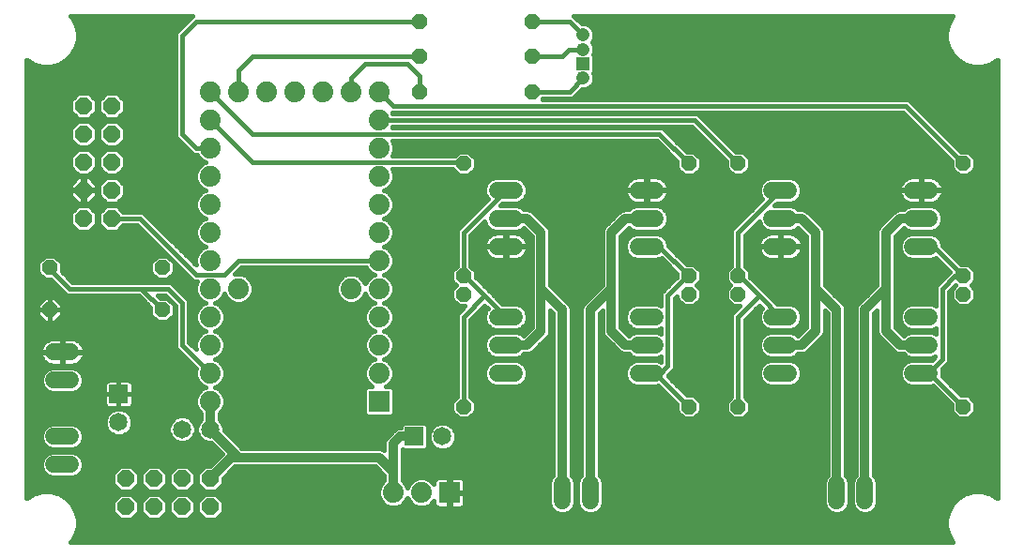
<source format=gbl>
G75*
%MOIN*%
%OFA0B0*%
%FSLAX25Y25*%
%IPPOS*%
%LPD*%
%AMOC8*
5,1,8,0,0,1.08239X$1,22.5*
%
%ADD10C,0.06000*%
%ADD11OC8,0.05200*%
%ADD12R,0.07400X0.07400*%
%ADD13C,0.07400*%
%ADD14OC8,0.06000*%
%ADD15C,0.06500*%
%ADD16R,0.06500X0.06500*%
%ADD17R,0.04756X0.04756*%
%ADD18C,0.04756*%
%ADD19C,0.03200*%
%ADD20C,0.01600*%
D10*
X0016300Y0035500D02*
X0022300Y0035500D01*
X0022300Y0045500D02*
X0016300Y0045500D01*
X0016300Y0065500D02*
X0022300Y0065500D01*
X0022300Y0075500D02*
X0016300Y0075500D01*
X0173800Y0078000D02*
X0179800Y0078000D01*
X0179800Y0068000D02*
X0173800Y0068000D01*
X0173800Y0088000D02*
X0179800Y0088000D01*
X0179800Y0113000D02*
X0173800Y0113000D01*
X0173800Y0123000D02*
X0179800Y0123000D01*
X0179800Y0133000D02*
X0173800Y0133000D01*
X0223800Y0133000D02*
X0229800Y0133000D01*
X0229800Y0123000D02*
X0223800Y0123000D01*
X0223800Y0113000D02*
X0229800Y0113000D01*
X0271300Y0113000D02*
X0277300Y0113000D01*
X0277300Y0123000D02*
X0271300Y0123000D01*
X0271300Y0133000D02*
X0277300Y0133000D01*
X0321300Y0133000D02*
X0327300Y0133000D01*
X0327300Y0123000D02*
X0321300Y0123000D01*
X0321300Y0113000D02*
X0327300Y0113000D01*
X0327300Y0088000D02*
X0321300Y0088000D01*
X0321300Y0078000D02*
X0327300Y0078000D01*
X0327300Y0068000D02*
X0321300Y0068000D01*
X0277300Y0068000D02*
X0271300Y0068000D01*
X0271300Y0078000D02*
X0277300Y0078000D01*
X0277300Y0088000D02*
X0271300Y0088000D01*
X0229800Y0088000D02*
X0223800Y0088000D01*
X0223800Y0078000D02*
X0229800Y0078000D01*
X0229800Y0068000D02*
X0223800Y0068000D01*
X0206800Y0028500D02*
X0206800Y0022500D01*
X0196800Y0022500D02*
X0196800Y0028500D01*
X0294300Y0028500D02*
X0294300Y0022500D01*
X0304300Y0022500D02*
X0304300Y0028500D01*
D11*
X0339300Y0056000D03*
X0339300Y0096000D03*
X0339300Y0102500D03*
X0339300Y0142500D03*
X0259300Y0142500D03*
X0241800Y0142500D03*
X0186300Y0168000D03*
X0186300Y0180500D03*
X0186300Y0193000D03*
X0146300Y0193000D03*
X0146300Y0180500D03*
X0146300Y0168000D03*
X0161800Y0142500D03*
X0161800Y0102500D03*
X0161800Y0096000D03*
X0161800Y0056000D03*
X0241800Y0056000D03*
X0259300Y0056000D03*
X0259300Y0096000D03*
X0259300Y0102500D03*
X0241800Y0102500D03*
X0241800Y0096000D03*
X0054800Y0090500D03*
X0054800Y0105500D03*
X0014800Y0105500D03*
X0014800Y0090500D03*
D12*
X0131800Y0058000D03*
X0156800Y0025500D03*
D13*
X0146800Y0025500D03*
X0136800Y0025500D03*
X0071800Y0058000D03*
X0071800Y0068000D03*
X0071800Y0078000D03*
X0071800Y0088000D03*
X0071800Y0098000D03*
X0081800Y0098000D03*
X0071800Y0108000D03*
X0071800Y0118000D03*
X0071800Y0128000D03*
X0071800Y0138000D03*
X0071800Y0148000D03*
X0071800Y0158000D03*
X0071800Y0168000D03*
X0081800Y0168000D03*
X0091800Y0168000D03*
X0101800Y0168000D03*
X0111800Y0168000D03*
X0121800Y0168000D03*
X0131800Y0168000D03*
X0131800Y0158000D03*
X0131800Y0148000D03*
X0131800Y0138000D03*
X0131800Y0128000D03*
X0131800Y0118000D03*
X0131800Y0108000D03*
X0131800Y0098000D03*
X0121800Y0098000D03*
X0131800Y0088000D03*
X0131800Y0078000D03*
X0131800Y0068000D03*
D14*
X0071800Y0030500D03*
X0061800Y0030500D03*
X0051800Y0030500D03*
X0041800Y0030500D03*
X0041800Y0020500D03*
X0051800Y0020500D03*
X0061800Y0020500D03*
X0071800Y0020500D03*
X0036800Y0123000D03*
X0026800Y0123000D03*
X0026800Y0133000D03*
X0036800Y0133000D03*
X0036800Y0143000D03*
X0026800Y0143000D03*
X0026800Y0153000D03*
X0036800Y0153000D03*
X0036800Y0163000D03*
X0026800Y0163000D03*
D15*
X0039300Y0050500D03*
X0061800Y0048000D03*
X0071800Y0048000D03*
X0154300Y0045500D03*
D16*
X0144300Y0045500D03*
X0039300Y0060500D03*
D17*
X0204300Y0177941D03*
D18*
X0204300Y0172823D03*
X0204300Y0183059D03*
X0204300Y0188177D03*
D19*
X0219300Y0123000D02*
X0226800Y0123000D01*
X0219300Y0123000D02*
X0214300Y0118000D01*
X0214300Y0098000D01*
X0214300Y0083000D01*
X0219300Y0078000D01*
X0226800Y0078000D01*
X0206800Y0090500D02*
X0214300Y0098000D01*
X0206800Y0090500D02*
X0206800Y0025500D01*
X0196800Y0025500D02*
X0196800Y0090500D01*
X0189300Y0098000D01*
X0189300Y0083000D01*
X0184300Y0078000D01*
X0176800Y0078000D01*
X0189300Y0098000D02*
X0189300Y0118000D01*
X0184300Y0123000D01*
X0176800Y0123000D01*
X0274300Y0123000D02*
X0281800Y0123000D01*
X0286800Y0118000D01*
X0286800Y0098000D01*
X0294300Y0090500D01*
X0294300Y0025500D01*
X0304300Y0025500D02*
X0304300Y0090500D01*
X0311800Y0098000D01*
X0311800Y0118000D01*
X0316800Y0123000D01*
X0324300Y0123000D01*
X0311800Y0098000D02*
X0311800Y0083000D01*
X0316800Y0078000D01*
X0324300Y0078000D01*
X0286800Y0083000D02*
X0286800Y0098000D01*
X0286800Y0083000D02*
X0281800Y0078000D01*
X0274300Y0078000D01*
X0144300Y0045500D02*
X0139300Y0045500D01*
X0136800Y0043000D01*
X0136800Y0033000D01*
X0131800Y0038000D01*
X0081800Y0038000D01*
X0079300Y0038000D01*
X0071800Y0030500D01*
X0081800Y0038000D02*
X0071800Y0048000D01*
X0071800Y0058000D01*
X0136800Y0033000D02*
X0136800Y0025500D01*
D20*
X0022493Y0007996D02*
X0022297Y0007800D01*
X0335634Y0007800D01*
X0335438Y0007996D01*
X0333977Y0010527D01*
X0333220Y0013350D01*
X0333220Y0016272D01*
X0333977Y0019095D01*
X0335438Y0021626D01*
X0337505Y0023693D01*
X0340036Y0025154D01*
X0342858Y0025910D01*
X0345781Y0025910D01*
X0348604Y0025154D01*
X0351135Y0023693D01*
X0351331Y0023497D01*
X0351331Y0179354D01*
X0351135Y0179158D01*
X0348604Y0177697D01*
X0345781Y0176940D01*
X0342858Y0176940D01*
X0340036Y0177697D01*
X0337505Y0179158D01*
X0335438Y0181224D01*
X0333977Y0183755D01*
X0333220Y0186578D01*
X0333220Y0189501D01*
X0333977Y0192323D01*
X0335438Y0194854D01*
X0335634Y0195050D01*
X0200799Y0195050D01*
X0200837Y0195035D01*
X0203716Y0192155D01*
X0205091Y0192155D01*
X0206553Y0191549D01*
X0207672Y0190430D01*
X0208278Y0188968D01*
X0208278Y0187386D01*
X0207672Y0185924D01*
X0207367Y0185618D01*
X0207672Y0185312D01*
X0208278Y0183850D01*
X0208278Y0182268D01*
X0207901Y0181358D01*
X0208278Y0180982D01*
X0208278Y0174900D01*
X0207901Y0174524D01*
X0208278Y0173614D01*
X0208278Y0172032D01*
X0207672Y0170570D01*
X0206553Y0169450D01*
X0205091Y0168845D01*
X0203716Y0168845D01*
X0200837Y0165965D01*
X0199955Y0165600D01*
X0189840Y0165600D01*
X0189640Y0165400D01*
X0319277Y0165400D01*
X0320159Y0165035D01*
X0320835Y0164359D01*
X0320835Y0164359D01*
X0338494Y0146700D01*
X0341040Y0146700D01*
X0343500Y0144240D01*
X0343500Y0140760D01*
X0341040Y0138300D01*
X0337560Y0138300D01*
X0335100Y0140760D01*
X0335100Y0143306D01*
X0317806Y0160600D01*
X0136460Y0160600D01*
X0136543Y0160400D01*
X0244277Y0160400D01*
X0245159Y0160035D01*
X0258494Y0146700D01*
X0261040Y0146700D01*
X0263500Y0144240D01*
X0263500Y0140760D01*
X0261040Y0138300D01*
X0257560Y0138300D01*
X0255100Y0140760D01*
X0255100Y0143306D01*
X0242806Y0155600D01*
X0136543Y0155600D01*
X0136460Y0155400D01*
X0231777Y0155400D01*
X0232659Y0155035D01*
X0240994Y0146700D01*
X0243540Y0146700D01*
X0246000Y0144240D01*
X0246000Y0140760D01*
X0243540Y0138300D01*
X0240060Y0138300D01*
X0237600Y0140760D01*
X0237600Y0143306D01*
X0230306Y0150600D01*
X0136460Y0150600D01*
X0137100Y0149054D01*
X0137100Y0146946D01*
X0136460Y0145400D01*
X0158760Y0145400D01*
X0160060Y0146700D01*
X0163540Y0146700D01*
X0166000Y0144240D01*
X0166000Y0140760D01*
X0163540Y0138300D01*
X0160060Y0138300D01*
X0157760Y0140600D01*
X0136460Y0140600D01*
X0137100Y0139054D01*
X0137100Y0136946D01*
X0136293Y0134998D01*
X0134802Y0133507D01*
X0133578Y0133000D01*
X0134802Y0132493D01*
X0136293Y0131002D01*
X0137100Y0129054D01*
X0137100Y0126946D01*
X0136293Y0124998D01*
X0134802Y0123507D01*
X0133578Y0123000D01*
X0134802Y0122493D01*
X0136293Y0121002D01*
X0137100Y0119054D01*
X0137100Y0116946D01*
X0136293Y0114998D01*
X0134802Y0113507D01*
X0133578Y0113000D01*
X0134802Y0112493D01*
X0136293Y0111002D01*
X0137100Y0109054D01*
X0137100Y0106946D01*
X0136293Y0104998D01*
X0134802Y0103507D01*
X0133578Y0103000D01*
X0134802Y0102493D01*
X0136293Y0101002D01*
X0137100Y0099054D01*
X0137100Y0096946D01*
X0136293Y0094998D01*
X0134802Y0093507D01*
X0133578Y0093000D01*
X0134802Y0092493D01*
X0136293Y0091002D01*
X0137100Y0089054D01*
X0137100Y0086946D01*
X0136293Y0084998D01*
X0134802Y0083507D01*
X0133578Y0083000D01*
X0134802Y0082493D01*
X0136293Y0081002D01*
X0137100Y0079054D01*
X0137100Y0076946D01*
X0136293Y0074998D01*
X0134802Y0073507D01*
X0133578Y0073000D01*
X0134802Y0072493D01*
X0136293Y0071002D01*
X0137100Y0069054D01*
X0137100Y0066946D01*
X0136293Y0064998D01*
X0134802Y0063507D01*
X0134303Y0063300D01*
X0136163Y0063300D01*
X0137100Y0062363D01*
X0137100Y0053637D01*
X0136163Y0052700D01*
X0127437Y0052700D01*
X0126500Y0053637D01*
X0126500Y0062363D01*
X0127437Y0063300D01*
X0129297Y0063300D01*
X0128798Y0063507D01*
X0127307Y0064998D01*
X0126500Y0066946D01*
X0126500Y0069054D01*
X0127307Y0071002D01*
X0128798Y0072493D01*
X0130022Y0073000D01*
X0128798Y0073507D01*
X0127307Y0074998D01*
X0126500Y0076946D01*
X0126500Y0079054D01*
X0127307Y0081002D01*
X0128798Y0082493D01*
X0130022Y0083000D01*
X0128798Y0083507D01*
X0127307Y0084998D01*
X0126500Y0086946D01*
X0126500Y0089054D01*
X0127307Y0091002D01*
X0128798Y0092493D01*
X0130022Y0093000D01*
X0128798Y0093507D01*
X0127307Y0094998D01*
X0126800Y0096222D01*
X0126293Y0094998D01*
X0124802Y0093507D01*
X0122854Y0092700D01*
X0120746Y0092700D01*
X0118798Y0093507D01*
X0117307Y0094998D01*
X0116500Y0096946D01*
X0116500Y0099054D01*
X0117307Y0101002D01*
X0118798Y0102493D01*
X0120746Y0103300D01*
X0122854Y0103300D01*
X0124802Y0102493D01*
X0126293Y0101002D01*
X0126800Y0099778D01*
X0127307Y0101002D01*
X0128798Y0102493D01*
X0130022Y0103000D01*
X0128798Y0103507D01*
X0127307Y0104998D01*
X0127057Y0105600D01*
X0082794Y0105600D01*
X0080316Y0103122D01*
X0080746Y0103300D01*
X0082854Y0103300D01*
X0084802Y0102493D01*
X0086293Y0101002D01*
X0087100Y0099054D01*
X0087100Y0096946D01*
X0086293Y0094998D01*
X0084802Y0093507D01*
X0082854Y0092700D01*
X0080746Y0092700D01*
X0078798Y0093507D01*
X0077307Y0094998D01*
X0076800Y0096222D01*
X0076293Y0094998D01*
X0074802Y0093507D01*
X0073578Y0093000D01*
X0074802Y0092493D01*
X0076293Y0091002D01*
X0077100Y0089054D01*
X0077100Y0086946D01*
X0076293Y0084998D01*
X0074802Y0083507D01*
X0073578Y0083000D01*
X0074802Y0082493D01*
X0076293Y0081002D01*
X0077100Y0079054D01*
X0077100Y0076946D01*
X0076293Y0074998D01*
X0074802Y0073507D01*
X0073578Y0073000D01*
X0074802Y0072493D01*
X0076293Y0071002D01*
X0077100Y0069054D01*
X0077100Y0066946D01*
X0076293Y0064998D01*
X0074802Y0063507D01*
X0073578Y0063000D01*
X0074802Y0062493D01*
X0076293Y0061002D01*
X0077100Y0059054D01*
X0077100Y0056946D01*
X0076293Y0054998D01*
X0075000Y0053705D01*
X0075000Y0051659D01*
X0075912Y0050747D01*
X0076650Y0048965D01*
X0076650Y0047675D01*
X0083125Y0041200D01*
X0132437Y0041200D01*
X0133600Y0040718D01*
X0133600Y0043637D01*
X0134087Y0044813D01*
X0134987Y0045713D01*
X0137487Y0048213D01*
X0138663Y0048700D01*
X0139450Y0048700D01*
X0139450Y0049413D01*
X0140387Y0050350D01*
X0148213Y0050350D01*
X0149150Y0049413D01*
X0149150Y0041587D01*
X0148213Y0040650D01*
X0140387Y0040650D01*
X0140000Y0041037D01*
X0140000Y0029795D01*
X0141293Y0028502D01*
X0141800Y0027278D01*
X0142307Y0028502D01*
X0143798Y0029993D01*
X0145746Y0030800D01*
X0147854Y0030800D01*
X0149802Y0029993D01*
X0151293Y0028502D01*
X0151300Y0028486D01*
X0151300Y0029437D01*
X0151423Y0029895D01*
X0151660Y0030305D01*
X0151995Y0030640D01*
X0152405Y0030877D01*
X0152863Y0031000D01*
X0156616Y0031000D01*
X0156616Y0025684D01*
X0156984Y0025684D01*
X0156984Y0031000D01*
X0160737Y0031000D01*
X0161195Y0030877D01*
X0161605Y0030640D01*
X0161940Y0030305D01*
X0162177Y0029895D01*
X0162300Y0029437D01*
X0162300Y0025684D01*
X0156984Y0025684D01*
X0156984Y0025316D01*
X0156984Y0020000D01*
X0160737Y0020000D01*
X0161195Y0020123D01*
X0161605Y0020360D01*
X0161940Y0020695D01*
X0162177Y0021105D01*
X0162300Y0021563D01*
X0162300Y0025316D01*
X0156984Y0025316D01*
X0156616Y0025316D01*
X0156616Y0020000D01*
X0152863Y0020000D01*
X0152405Y0020123D01*
X0151995Y0020360D01*
X0151660Y0020695D01*
X0151423Y0021105D01*
X0151300Y0021563D01*
X0151300Y0022514D01*
X0151293Y0022498D01*
X0149802Y0021007D01*
X0147854Y0020200D01*
X0145746Y0020200D01*
X0143798Y0021007D01*
X0142307Y0022498D01*
X0141800Y0023722D01*
X0141293Y0022498D01*
X0139802Y0021007D01*
X0137854Y0020200D01*
X0135746Y0020200D01*
X0133798Y0021007D01*
X0132307Y0022498D01*
X0131500Y0024446D01*
X0131500Y0026554D01*
X0132307Y0028502D01*
X0133600Y0029795D01*
X0133600Y0031675D01*
X0130475Y0034800D01*
X0080625Y0034800D01*
X0076400Y0030575D01*
X0076400Y0028595D01*
X0073705Y0025900D01*
X0069895Y0025900D01*
X0067200Y0028595D01*
X0067200Y0032405D01*
X0069895Y0035100D01*
X0071875Y0035100D01*
X0076025Y0039250D01*
X0072125Y0043150D01*
X0070835Y0043150D01*
X0069053Y0043888D01*
X0067688Y0045253D01*
X0066950Y0047035D01*
X0066950Y0048965D01*
X0067688Y0050747D01*
X0068600Y0051659D01*
X0068600Y0053705D01*
X0067307Y0054998D01*
X0066500Y0056946D01*
X0066500Y0059054D01*
X0067307Y0061002D01*
X0068798Y0062493D01*
X0070022Y0063000D01*
X0068798Y0063507D01*
X0067307Y0064998D01*
X0066500Y0066946D01*
X0066500Y0069054D01*
X0066749Y0069656D01*
X0060441Y0075965D01*
X0059765Y0076641D01*
X0059400Y0077523D01*
X0059400Y0092006D01*
X0055806Y0095600D01*
X0053094Y0095600D01*
X0053994Y0094700D01*
X0056540Y0094700D01*
X0059000Y0092240D01*
X0059000Y0088760D01*
X0056540Y0086300D01*
X0053060Y0086300D01*
X0050600Y0088760D01*
X0050600Y0091306D01*
X0046306Y0095600D01*
X0021323Y0095600D01*
X0020441Y0095965D01*
X0019765Y0096641D01*
X0019765Y0096641D01*
X0015106Y0101300D01*
X0013060Y0101300D01*
X0010600Y0103760D01*
X0010600Y0107240D01*
X0013060Y0109700D01*
X0016540Y0109700D01*
X0019000Y0107240D01*
X0019000Y0104194D01*
X0022794Y0100400D01*
X0057277Y0100400D01*
X0058159Y0100035D01*
X0058835Y0099359D01*
X0063835Y0094359D01*
X0064200Y0093477D01*
X0064200Y0078994D01*
X0066678Y0076516D01*
X0066500Y0076946D01*
X0066500Y0079054D01*
X0067307Y0081002D01*
X0068798Y0082493D01*
X0070022Y0083000D01*
X0068798Y0083507D01*
X0067307Y0084998D01*
X0066500Y0086946D01*
X0066500Y0089054D01*
X0067307Y0091002D01*
X0068798Y0092493D01*
X0070022Y0093000D01*
X0068798Y0093507D01*
X0067307Y0094998D01*
X0066500Y0096946D01*
X0066500Y0099054D01*
X0067140Y0100600D01*
X0066323Y0100600D01*
X0065441Y0100965D01*
X0045806Y0120600D01*
X0040905Y0120600D01*
X0038705Y0118400D01*
X0034895Y0118400D01*
X0032200Y0121095D01*
X0032200Y0124905D01*
X0034895Y0127600D01*
X0038705Y0127600D01*
X0040905Y0125400D01*
X0047277Y0125400D01*
X0048159Y0125035D01*
X0048835Y0124359D01*
X0066678Y0106516D01*
X0066500Y0106946D01*
X0066500Y0109054D01*
X0067307Y0111002D01*
X0068798Y0112493D01*
X0070022Y0113000D01*
X0068798Y0113507D01*
X0067307Y0114998D01*
X0066500Y0116946D01*
X0066500Y0119054D01*
X0067307Y0121002D01*
X0068798Y0122493D01*
X0070022Y0123000D01*
X0068798Y0123507D01*
X0067307Y0124998D01*
X0066500Y0126946D01*
X0066500Y0129054D01*
X0067307Y0131002D01*
X0068798Y0132493D01*
X0070022Y0133000D01*
X0068798Y0133507D01*
X0067307Y0134998D01*
X0066500Y0136946D01*
X0066500Y0139054D01*
X0067307Y0141002D01*
X0068798Y0142493D01*
X0070022Y0143000D01*
X0068798Y0143507D01*
X0067307Y0144998D01*
X0067057Y0145600D01*
X0066323Y0145600D01*
X0065441Y0145965D01*
X0064765Y0146641D01*
X0059765Y0151641D01*
X0059400Y0152523D01*
X0059400Y0188477D01*
X0059765Y0189359D01*
X0060441Y0190035D01*
X0065441Y0195035D01*
X0065479Y0195050D01*
X0022297Y0195050D01*
X0022493Y0194854D01*
X0023954Y0192323D01*
X0024710Y0189501D01*
X0024710Y0186578D01*
X0023954Y0183755D01*
X0022493Y0181224D01*
X0020426Y0179158D01*
X0017895Y0177697D01*
X0015072Y0176940D01*
X0012150Y0176940D01*
X0009327Y0177697D01*
X0006796Y0179158D01*
X0006600Y0179354D01*
X0006600Y0023497D01*
X0006796Y0023693D01*
X0009327Y0025154D01*
X0012150Y0025910D01*
X0015072Y0025910D01*
X0017895Y0025154D01*
X0020426Y0023693D01*
X0022493Y0021626D01*
X0023954Y0019095D01*
X0024710Y0016272D01*
X0024710Y0013350D01*
X0023954Y0010527D01*
X0022493Y0007996D01*
X0023300Y0009394D02*
X0334631Y0009394D01*
X0333852Y0010993D02*
X0024079Y0010993D01*
X0024507Y0012591D02*
X0333424Y0012591D01*
X0333220Y0014190D02*
X0024710Y0014190D01*
X0024710Y0015788D02*
X0333220Y0015788D01*
X0333519Y0017387D02*
X0075192Y0017387D01*
X0076400Y0018595D02*
X0073705Y0015900D01*
X0069895Y0015900D01*
X0067200Y0018595D01*
X0067200Y0022405D01*
X0069895Y0025100D01*
X0073705Y0025100D01*
X0076400Y0022405D01*
X0076400Y0018595D01*
X0076400Y0018985D02*
X0193809Y0018985D01*
X0194194Y0018600D02*
X0195885Y0017900D01*
X0197715Y0017900D01*
X0199406Y0018600D01*
X0200700Y0019894D01*
X0201400Y0021585D01*
X0201400Y0029415D01*
X0200700Y0031106D01*
X0200000Y0031805D01*
X0200000Y0091137D01*
X0199513Y0092313D01*
X0192500Y0099325D01*
X0192500Y0118637D01*
X0192013Y0119813D01*
X0191113Y0120713D01*
X0186113Y0125713D01*
X0184937Y0126200D01*
X0183105Y0126200D01*
X0182406Y0126900D01*
X0180715Y0127600D01*
X0174794Y0127600D01*
X0175594Y0128400D01*
X0180715Y0128400D01*
X0182406Y0129100D01*
X0183700Y0130394D01*
X0184400Y0132085D01*
X0184400Y0133915D01*
X0183700Y0135606D01*
X0182406Y0136900D01*
X0180715Y0137600D01*
X0172885Y0137600D01*
X0171194Y0136900D01*
X0169900Y0135606D01*
X0169200Y0133915D01*
X0169200Y0132085D01*
X0169900Y0130394D01*
X0170350Y0129944D01*
X0160441Y0120035D01*
X0159765Y0119359D01*
X0159400Y0118477D01*
X0159400Y0106040D01*
X0157600Y0104240D01*
X0157600Y0100760D01*
X0159110Y0099250D01*
X0157600Y0097740D01*
X0157600Y0094260D01*
X0160060Y0091800D01*
X0162206Y0091800D01*
X0159765Y0089359D01*
X0159400Y0088477D01*
X0159400Y0059540D01*
X0157600Y0057740D01*
X0157600Y0054260D01*
X0160060Y0051800D01*
X0163540Y0051800D01*
X0166000Y0054260D01*
X0166000Y0057740D01*
X0164200Y0059540D01*
X0164200Y0087006D01*
X0169300Y0092106D01*
X0170350Y0091056D01*
X0169900Y0090606D01*
X0169200Y0088915D01*
X0169200Y0087085D01*
X0169900Y0085394D01*
X0171194Y0084100D01*
X0172885Y0083400D01*
X0180715Y0083400D01*
X0182406Y0084100D01*
X0183700Y0085394D01*
X0184400Y0087085D01*
X0184400Y0088915D01*
X0183700Y0090606D01*
X0182406Y0091900D01*
X0180715Y0092600D01*
X0175594Y0092600D01*
X0171335Y0096859D01*
X0170659Y0097535D01*
X0166000Y0102194D01*
X0166000Y0104240D01*
X0164200Y0106040D01*
X0164200Y0117006D01*
X0169223Y0122029D01*
X0169900Y0120394D01*
X0171194Y0119100D01*
X0172885Y0118400D01*
X0180715Y0118400D01*
X0182406Y0119100D01*
X0183040Y0119735D01*
X0186100Y0116675D01*
X0186100Y0084325D01*
X0183040Y0081265D01*
X0182406Y0081900D01*
X0180715Y0082600D01*
X0172885Y0082600D01*
X0171194Y0081900D01*
X0169900Y0080606D01*
X0169200Y0078915D01*
X0169200Y0077085D01*
X0169900Y0075394D01*
X0171194Y0074100D01*
X0172885Y0073400D01*
X0180715Y0073400D01*
X0182406Y0074100D01*
X0183105Y0074800D01*
X0184937Y0074800D01*
X0186113Y0075287D01*
X0187013Y0076187D01*
X0192013Y0081187D01*
X0192500Y0082363D01*
X0192500Y0090275D01*
X0193600Y0089175D01*
X0193600Y0031805D01*
X0192900Y0031106D01*
X0192200Y0029415D01*
X0192200Y0021585D01*
X0192900Y0019894D01*
X0194194Y0018600D01*
X0192615Y0020584D02*
X0161829Y0020584D01*
X0162300Y0022182D02*
X0192200Y0022182D01*
X0192200Y0023781D02*
X0162300Y0023781D01*
X0162300Y0026978D02*
X0192200Y0026978D01*
X0192200Y0028576D02*
X0162300Y0028576D01*
X0162016Y0030175D02*
X0192515Y0030175D01*
X0193568Y0031773D02*
X0140000Y0031773D01*
X0140000Y0030175D02*
X0144236Y0030175D01*
X0142381Y0028576D02*
X0141219Y0028576D01*
X0140000Y0033372D02*
X0193600Y0033372D01*
X0193600Y0034970D02*
X0140000Y0034970D01*
X0140000Y0036569D02*
X0193600Y0036569D01*
X0193600Y0038167D02*
X0140000Y0038167D01*
X0140000Y0039766D02*
X0193600Y0039766D01*
X0193600Y0041364D02*
X0156989Y0041364D01*
X0157047Y0041388D02*
X0158412Y0042753D01*
X0159150Y0044535D01*
X0159150Y0046465D01*
X0158412Y0048247D01*
X0157047Y0049612D01*
X0155265Y0050350D01*
X0153335Y0050350D01*
X0151553Y0049612D01*
X0150188Y0048247D01*
X0149450Y0046465D01*
X0149450Y0044535D01*
X0150188Y0042753D01*
X0151553Y0041388D01*
X0153335Y0040650D01*
X0155265Y0040650D01*
X0157047Y0041388D01*
X0158499Y0042963D02*
X0193600Y0042963D01*
X0193600Y0044561D02*
X0159150Y0044561D01*
X0159150Y0046160D02*
X0193600Y0046160D01*
X0193600Y0047758D02*
X0158614Y0047758D01*
X0157302Y0049357D02*
X0193600Y0049357D01*
X0193600Y0050955D02*
X0075704Y0050955D01*
X0075000Y0052554D02*
X0159306Y0052554D01*
X0157708Y0054152D02*
X0137100Y0054152D01*
X0137100Y0055751D02*
X0157600Y0055751D01*
X0157600Y0057349D02*
X0137100Y0057349D01*
X0137100Y0058948D02*
X0158808Y0058948D01*
X0159400Y0060546D02*
X0137100Y0060546D01*
X0137100Y0062145D02*
X0159400Y0062145D01*
X0159400Y0063743D02*
X0135039Y0063743D01*
X0136436Y0065342D02*
X0159400Y0065342D01*
X0159400Y0066940D02*
X0137098Y0066940D01*
X0137100Y0068539D02*
X0159400Y0068539D01*
X0159400Y0070137D02*
X0136651Y0070137D01*
X0135559Y0071736D02*
X0159400Y0071736D01*
X0159400Y0073334D02*
X0134386Y0073334D01*
X0136228Y0074933D02*
X0159400Y0074933D01*
X0159400Y0076532D02*
X0136928Y0076532D01*
X0137100Y0078130D02*
X0159400Y0078130D01*
X0159400Y0079729D02*
X0136821Y0079729D01*
X0135968Y0081327D02*
X0159400Y0081327D01*
X0159400Y0082926D02*
X0133758Y0082926D01*
X0135819Y0084524D02*
X0159400Y0084524D01*
X0159400Y0086123D02*
X0136759Y0086123D01*
X0137100Y0087721D02*
X0159400Y0087721D01*
X0159749Y0089320D02*
X0136990Y0089320D01*
X0136328Y0090918D02*
X0161324Y0090918D01*
X0159344Y0092517D02*
X0134745Y0092517D01*
X0135410Y0094115D02*
X0157745Y0094115D01*
X0157600Y0095714D02*
X0136590Y0095714D01*
X0137100Y0097312D02*
X0157600Y0097312D01*
X0158771Y0098911D02*
X0137100Y0098911D01*
X0136497Y0100509D02*
X0157851Y0100509D01*
X0157600Y0102108D02*
X0135188Y0102108D01*
X0135002Y0103706D02*
X0157600Y0103706D01*
X0158665Y0105305D02*
X0136420Y0105305D01*
X0137082Y0106903D02*
X0159400Y0106903D01*
X0159400Y0108502D02*
X0137100Y0108502D01*
X0136667Y0110100D02*
X0159400Y0110100D01*
X0159400Y0111699D02*
X0135597Y0111699D01*
X0134296Y0113297D02*
X0159400Y0113297D01*
X0159400Y0114896D02*
X0136191Y0114896D01*
X0136913Y0116494D02*
X0159400Y0116494D01*
X0159400Y0118093D02*
X0137100Y0118093D01*
X0136836Y0119691D02*
X0160097Y0119691D01*
X0161696Y0121290D02*
X0136005Y0121290D01*
X0133848Y0122888D02*
X0163294Y0122888D01*
X0164893Y0124487D02*
X0135782Y0124487D01*
X0136744Y0126085D02*
X0166491Y0126085D01*
X0168090Y0127684D02*
X0137100Y0127684D01*
X0137005Y0129282D02*
X0169688Y0129282D01*
X0169699Y0130881D02*
X0136343Y0130881D01*
X0134816Y0132479D02*
X0169200Y0132479D01*
X0169267Y0134078D02*
X0135373Y0134078D01*
X0136574Y0135676D02*
X0169971Y0135676D01*
X0172100Y0137275D02*
X0137100Y0137275D01*
X0137100Y0138873D02*
X0159487Y0138873D01*
X0157888Y0140472D02*
X0136513Y0140472D01*
X0137067Y0146866D02*
X0234040Y0146866D01*
X0235638Y0145268D02*
X0164972Y0145268D01*
X0166000Y0143669D02*
X0237237Y0143669D01*
X0237600Y0142070D02*
X0166000Y0142070D01*
X0165712Y0140472D02*
X0237888Y0140472D01*
X0239487Y0138873D02*
X0164113Y0138873D01*
X0161800Y0142500D02*
X0161300Y0143000D01*
X0086800Y0143000D01*
X0071800Y0158000D01*
X0061800Y0153000D02*
X0066800Y0148000D01*
X0071800Y0148000D01*
X0067195Y0145268D02*
X0041038Y0145268D01*
X0041400Y0144905D02*
X0038705Y0147600D01*
X0034895Y0147600D01*
X0032200Y0144905D01*
X0032200Y0141095D01*
X0034895Y0138400D01*
X0038705Y0138400D01*
X0041400Y0141095D01*
X0041400Y0144905D01*
X0041400Y0143669D02*
X0068636Y0143669D01*
X0068375Y0142070D02*
X0041400Y0142070D01*
X0040777Y0140472D02*
X0067087Y0140472D01*
X0066500Y0138873D02*
X0039179Y0138873D01*
X0038705Y0137600D02*
X0034895Y0137600D01*
X0032200Y0134905D01*
X0032200Y0131095D01*
X0034895Y0128400D01*
X0038705Y0128400D01*
X0041400Y0131095D01*
X0041400Y0134905D01*
X0038705Y0137600D01*
X0039030Y0137275D02*
X0066500Y0137275D01*
X0067026Y0135676D02*
X0040629Y0135676D01*
X0041400Y0134078D02*
X0068227Y0134078D01*
X0068784Y0132479D02*
X0041400Y0132479D01*
X0041186Y0130881D02*
X0067257Y0130881D01*
X0066595Y0129282D02*
X0039588Y0129282D01*
X0040220Y0126085D02*
X0066856Y0126085D01*
X0066500Y0127684D02*
X0006600Y0127684D01*
X0006600Y0129282D02*
X0023729Y0129282D01*
X0024812Y0128200D02*
X0022000Y0131012D01*
X0022000Y0132800D01*
X0026600Y0132800D01*
X0026600Y0133200D01*
X0026600Y0137800D01*
X0024812Y0137800D01*
X0022000Y0134988D01*
X0022000Y0133200D01*
X0026600Y0133200D01*
X0027000Y0133200D01*
X0027000Y0137800D01*
X0028788Y0137800D01*
X0031600Y0134988D01*
X0031600Y0133200D01*
X0027000Y0133200D01*
X0027000Y0132800D01*
X0031600Y0132800D01*
X0031600Y0131012D01*
X0028788Y0128200D01*
X0027000Y0128200D01*
X0027000Y0132800D01*
X0026600Y0132800D01*
X0026600Y0128200D01*
X0024812Y0128200D01*
X0024895Y0127600D02*
X0022200Y0124905D01*
X0022200Y0121095D01*
X0024895Y0118400D01*
X0028705Y0118400D01*
X0031400Y0121095D01*
X0031400Y0124905D01*
X0028705Y0127600D01*
X0024895Y0127600D01*
X0023380Y0126085D02*
X0006600Y0126085D01*
X0006600Y0124487D02*
X0022200Y0124487D01*
X0022200Y0122888D02*
X0006600Y0122888D01*
X0006600Y0121290D02*
X0022200Y0121290D01*
X0023603Y0119691D02*
X0006600Y0119691D01*
X0006600Y0118093D02*
X0048313Y0118093D01*
X0046715Y0119691D02*
X0039997Y0119691D01*
X0036800Y0123000D02*
X0046800Y0123000D01*
X0066800Y0103000D01*
X0076800Y0103000D01*
X0081800Y0108000D01*
X0131800Y0108000D01*
X0127180Y0105305D02*
X0082499Y0105305D01*
X0080900Y0103706D02*
X0128598Y0103706D01*
X0128412Y0102108D02*
X0125188Y0102108D01*
X0126497Y0100509D02*
X0127103Y0100509D01*
X0127010Y0095714D02*
X0126590Y0095714D01*
X0125410Y0094115D02*
X0128190Y0094115D01*
X0128855Y0092517D02*
X0074745Y0092517D01*
X0075410Y0094115D02*
X0078190Y0094115D01*
X0077010Y0095714D02*
X0076590Y0095714D01*
X0068855Y0092517D02*
X0064200Y0092517D01*
X0064200Y0090918D02*
X0067272Y0090918D01*
X0066610Y0089320D02*
X0064200Y0089320D01*
X0064200Y0087721D02*
X0066500Y0087721D01*
X0066841Y0086123D02*
X0064200Y0086123D01*
X0064200Y0084524D02*
X0067781Y0084524D01*
X0069842Y0082926D02*
X0064200Y0082926D01*
X0064200Y0081327D02*
X0067632Y0081327D01*
X0066779Y0079729D02*
X0064200Y0079729D01*
X0065064Y0078130D02*
X0066500Y0078130D01*
X0066663Y0076532D02*
X0066672Y0076532D01*
X0063071Y0073334D02*
X0026584Y0073334D01*
X0026748Y0073657D02*
X0026982Y0074376D01*
X0027100Y0075122D01*
X0027100Y0075300D01*
X0019500Y0075300D01*
X0019500Y0075700D01*
X0019100Y0075700D01*
X0019100Y0080300D01*
X0015922Y0080300D01*
X0015176Y0080182D01*
X0014457Y0079948D01*
X0013784Y0079605D01*
X0013173Y0079161D01*
X0012639Y0078627D01*
X0012195Y0078016D01*
X0011852Y0077343D01*
X0011618Y0076624D01*
X0011500Y0075878D01*
X0011500Y0075700D01*
X0019100Y0075700D01*
X0019100Y0075300D01*
X0019500Y0075300D01*
X0019500Y0070700D01*
X0022678Y0070700D01*
X0023424Y0070818D01*
X0024143Y0071052D01*
X0024816Y0071395D01*
X0025427Y0071839D01*
X0025961Y0072373D01*
X0026405Y0072984D01*
X0026748Y0073657D01*
X0027070Y0074933D02*
X0061473Y0074933D01*
X0059874Y0076532D02*
X0026996Y0076532D01*
X0026982Y0076624D02*
X0026748Y0077343D01*
X0026405Y0078016D01*
X0025961Y0078627D01*
X0025427Y0079161D01*
X0024816Y0079605D01*
X0024143Y0079948D01*
X0023424Y0080182D01*
X0022678Y0080300D01*
X0019500Y0080300D01*
X0019500Y0075700D01*
X0027100Y0075700D01*
X0027100Y0075878D01*
X0026982Y0076624D01*
X0026322Y0078130D02*
X0059400Y0078130D01*
X0059400Y0079729D02*
X0024574Y0079729D01*
X0019500Y0079729D02*
X0019100Y0079729D01*
X0019100Y0078130D02*
X0019500Y0078130D01*
X0019500Y0076532D02*
X0019100Y0076532D01*
X0019100Y0075300D02*
X0011500Y0075300D01*
X0011500Y0075122D01*
X0011618Y0074376D01*
X0011852Y0073657D01*
X0012195Y0072984D01*
X0012639Y0072373D01*
X0013173Y0071839D01*
X0013784Y0071395D01*
X0014457Y0071052D01*
X0015176Y0070818D01*
X0015922Y0070700D01*
X0019100Y0070700D01*
X0019100Y0075300D01*
X0019100Y0074933D02*
X0019500Y0074933D01*
X0019500Y0073334D02*
X0019100Y0073334D01*
X0019100Y0071736D02*
X0019500Y0071736D01*
X0023215Y0070100D02*
X0015385Y0070100D01*
X0013694Y0069400D01*
X0012400Y0068106D01*
X0011700Y0066415D01*
X0011700Y0064585D01*
X0012400Y0062894D01*
X0013694Y0061600D01*
X0015385Y0060900D01*
X0023215Y0060900D01*
X0024906Y0061600D01*
X0026200Y0062894D01*
X0026900Y0064585D01*
X0026900Y0066415D01*
X0026200Y0068106D01*
X0024906Y0069400D01*
X0023215Y0070100D01*
X0025286Y0071736D02*
X0064670Y0071736D01*
X0066268Y0070137D02*
X0006600Y0070137D01*
X0006600Y0068539D02*
X0012834Y0068539D01*
X0011918Y0066940D02*
X0006600Y0066940D01*
X0006600Y0065342D02*
X0011700Y0065342D01*
X0012049Y0063743D02*
X0006600Y0063743D01*
X0006600Y0062145D02*
X0013150Y0062145D01*
X0006600Y0060546D02*
X0034250Y0060546D01*
X0034250Y0060500D02*
X0034250Y0063987D01*
X0034373Y0064445D01*
X0034610Y0064855D01*
X0034945Y0065190D01*
X0035355Y0065427D01*
X0035813Y0065550D01*
X0039300Y0065550D01*
X0039300Y0060500D01*
X0039300Y0060500D01*
X0044350Y0060500D01*
X0044350Y0063987D01*
X0044227Y0064445D01*
X0043990Y0064855D01*
X0043655Y0065190D01*
X0043245Y0065427D01*
X0042787Y0065550D01*
X0039300Y0065550D01*
X0039300Y0060500D01*
X0039300Y0060500D01*
X0044350Y0060500D01*
X0044350Y0057013D01*
X0044227Y0056555D01*
X0043990Y0056145D01*
X0043655Y0055810D01*
X0043245Y0055573D01*
X0042787Y0055450D01*
X0039300Y0055450D01*
X0039300Y0060500D01*
X0039300Y0060500D01*
X0039300Y0060500D01*
X0034250Y0060500D01*
X0034250Y0057013D01*
X0034373Y0056555D01*
X0034610Y0056145D01*
X0034945Y0055810D01*
X0035355Y0055573D01*
X0035813Y0055450D01*
X0039300Y0055450D01*
X0039300Y0060500D01*
X0034250Y0060500D01*
X0034250Y0058948D02*
X0006600Y0058948D01*
X0006600Y0057349D02*
X0034250Y0057349D01*
X0035047Y0055751D02*
X0006600Y0055751D01*
X0006600Y0054152D02*
X0036093Y0054152D01*
X0036553Y0054612D02*
X0035188Y0053247D01*
X0034450Y0051465D01*
X0034450Y0049535D01*
X0035188Y0047753D01*
X0036553Y0046388D01*
X0038335Y0045650D01*
X0040265Y0045650D01*
X0042047Y0046388D01*
X0043412Y0047753D01*
X0044150Y0049535D01*
X0044150Y0051465D01*
X0043412Y0053247D01*
X0042047Y0054612D01*
X0040265Y0055350D01*
X0038335Y0055350D01*
X0036553Y0054612D01*
X0034901Y0052554D02*
X0006600Y0052554D01*
X0006600Y0050955D02*
X0034450Y0050955D01*
X0034524Y0049357D02*
X0024949Y0049357D01*
X0024906Y0049400D02*
X0023215Y0050100D01*
X0015385Y0050100D01*
X0013694Y0049400D01*
X0012400Y0048106D01*
X0011700Y0046415D01*
X0011700Y0044585D01*
X0012400Y0042894D01*
X0013694Y0041600D01*
X0015385Y0040900D01*
X0023215Y0040900D01*
X0024906Y0041600D01*
X0026200Y0042894D01*
X0026900Y0044585D01*
X0026900Y0046415D01*
X0026200Y0048106D01*
X0024906Y0049400D01*
X0026344Y0047758D02*
X0035186Y0047758D01*
X0037104Y0046160D02*
X0026900Y0046160D01*
X0026890Y0044561D02*
X0058380Y0044561D01*
X0059053Y0043888D02*
X0057688Y0045253D01*
X0056950Y0047035D01*
X0056950Y0048965D01*
X0057688Y0050747D01*
X0059053Y0052112D01*
X0060835Y0052850D01*
X0062765Y0052850D01*
X0064547Y0052112D01*
X0065912Y0050747D01*
X0066650Y0048965D01*
X0066650Y0047035D01*
X0065912Y0045253D01*
X0064547Y0043888D01*
X0062765Y0043150D01*
X0060835Y0043150D01*
X0059053Y0043888D01*
X0057313Y0046160D02*
X0041496Y0046160D01*
X0043414Y0047758D02*
X0056950Y0047758D01*
X0057112Y0049357D02*
X0044076Y0049357D01*
X0044150Y0050955D02*
X0057896Y0050955D01*
X0060120Y0052554D02*
X0043699Y0052554D01*
X0042507Y0054152D02*
X0068152Y0054152D01*
X0068600Y0052554D02*
X0063480Y0052554D01*
X0065704Y0050955D02*
X0067896Y0050955D01*
X0067112Y0049357D02*
X0066488Y0049357D01*
X0066650Y0047758D02*
X0066950Y0047758D01*
X0067313Y0046160D02*
X0066287Y0046160D01*
X0065220Y0044561D02*
X0068380Y0044561D01*
X0072312Y0042963D02*
X0026228Y0042963D01*
X0024336Y0041364D02*
X0073910Y0041364D01*
X0075509Y0039766D02*
X0024022Y0039766D01*
X0023215Y0040100D02*
X0024906Y0039400D01*
X0026200Y0038106D01*
X0026900Y0036415D01*
X0026900Y0034585D01*
X0026200Y0032894D01*
X0024906Y0031600D01*
X0023215Y0030900D01*
X0015385Y0030900D01*
X0013694Y0031600D01*
X0012400Y0032894D01*
X0011700Y0034585D01*
X0011700Y0036415D01*
X0012400Y0038106D01*
X0013694Y0039400D01*
X0015385Y0040100D01*
X0023215Y0040100D01*
X0026138Y0038167D02*
X0074942Y0038167D01*
X0073343Y0036569D02*
X0026836Y0036569D01*
X0026900Y0034970D02*
X0039765Y0034970D01*
X0039895Y0035100D02*
X0037200Y0032405D01*
X0037200Y0028595D01*
X0039895Y0025900D01*
X0043705Y0025900D01*
X0046400Y0028595D01*
X0046400Y0032405D01*
X0043705Y0035100D01*
X0039895Y0035100D01*
X0038166Y0033372D02*
X0026397Y0033372D01*
X0025079Y0031773D02*
X0037200Y0031773D01*
X0037200Y0030175D02*
X0006600Y0030175D01*
X0006600Y0031773D02*
X0013521Y0031773D01*
X0012203Y0033372D02*
X0006600Y0033372D01*
X0006600Y0034970D02*
X0011700Y0034970D01*
X0011764Y0036569D02*
X0006600Y0036569D01*
X0006600Y0038167D02*
X0012462Y0038167D01*
X0014578Y0039766D02*
X0006600Y0039766D01*
X0006600Y0041364D02*
X0014264Y0041364D01*
X0012372Y0042963D02*
X0006600Y0042963D01*
X0006600Y0044561D02*
X0011710Y0044561D01*
X0011700Y0046160D02*
X0006600Y0046160D01*
X0006600Y0047758D02*
X0012256Y0047758D01*
X0013651Y0049357D02*
X0006600Y0049357D01*
X0025450Y0062145D02*
X0034250Y0062145D01*
X0034250Y0063743D02*
X0026551Y0063743D01*
X0026900Y0065342D02*
X0035207Y0065342D01*
X0039300Y0065342D02*
X0039300Y0065342D01*
X0039300Y0063743D02*
X0039300Y0063743D01*
X0039300Y0062145D02*
X0039300Y0062145D01*
X0039300Y0060546D02*
X0039300Y0060546D01*
X0039300Y0058948D02*
X0039300Y0058948D01*
X0039300Y0057349D02*
X0039300Y0057349D01*
X0039300Y0055751D02*
X0039300Y0055751D01*
X0043553Y0055751D02*
X0066995Y0055751D01*
X0066500Y0057349D02*
X0044350Y0057349D01*
X0044350Y0058948D02*
X0066500Y0058948D01*
X0067118Y0060546D02*
X0044350Y0060546D01*
X0044350Y0062145D02*
X0068450Y0062145D01*
X0068561Y0063743D02*
X0044350Y0063743D01*
X0043393Y0065342D02*
X0067164Y0065342D01*
X0066502Y0066940D02*
X0026682Y0066940D01*
X0025766Y0068539D02*
X0066500Y0068539D01*
X0071800Y0068000D02*
X0061800Y0078000D01*
X0061800Y0093000D01*
X0056800Y0098000D01*
X0047300Y0098000D01*
X0054800Y0090500D01*
X0057961Y0087721D02*
X0059400Y0087721D01*
X0059400Y0086123D02*
X0016645Y0086123D01*
X0016623Y0086100D02*
X0019200Y0088677D01*
X0019200Y0090500D01*
X0019200Y0092323D01*
X0016623Y0094900D01*
X0014800Y0094900D01*
X0014800Y0090500D01*
X0019200Y0090500D01*
X0014800Y0090500D01*
X0014800Y0090500D01*
X0014800Y0090500D01*
X0014800Y0086100D01*
X0016623Y0086100D01*
X0014800Y0086100D02*
X0014800Y0090500D01*
X0014800Y0090500D01*
X0014800Y0090500D01*
X0010400Y0090500D01*
X0010400Y0092323D01*
X0012977Y0094900D01*
X0014800Y0094900D01*
X0014800Y0090500D01*
X0010400Y0090500D01*
X0010400Y0088677D01*
X0012977Y0086100D01*
X0014800Y0086100D01*
X0014800Y0086123D02*
X0014800Y0086123D01*
X0014800Y0087721D02*
X0014800Y0087721D01*
X0014800Y0089320D02*
X0014800Y0089320D01*
X0014800Y0090918D02*
X0014800Y0090918D01*
X0014800Y0092517D02*
X0014800Y0092517D01*
X0014800Y0094115D02*
X0014800Y0094115D01*
X0017407Y0094115D02*
X0047791Y0094115D01*
X0049389Y0092517D02*
X0019006Y0092517D01*
X0019200Y0090918D02*
X0050600Y0090918D01*
X0050600Y0089320D02*
X0019200Y0089320D01*
X0018244Y0087721D02*
X0051639Y0087721D01*
X0059000Y0089320D02*
X0059400Y0089320D01*
X0059400Y0090918D02*
X0059000Y0090918D01*
X0058889Y0092517D02*
X0058723Y0092517D01*
X0057291Y0094115D02*
X0057125Y0094115D01*
X0060882Y0097312D02*
X0066500Y0097312D01*
X0066500Y0098911D02*
X0059283Y0098911D01*
X0062480Y0095714D02*
X0067010Y0095714D01*
X0068190Y0094115D02*
X0063936Y0094115D01*
X0067103Y0100509D02*
X0022685Y0100509D01*
X0021086Y0102108D02*
X0052253Y0102108D01*
X0053060Y0101300D02*
X0056540Y0101300D01*
X0059000Y0103760D01*
X0059000Y0107240D01*
X0056540Y0109700D01*
X0053060Y0109700D01*
X0050600Y0107240D01*
X0050600Y0103760D01*
X0053060Y0101300D01*
X0050654Y0103706D02*
X0019488Y0103706D01*
X0019000Y0105305D02*
X0050600Y0105305D01*
X0050600Y0106903D02*
X0019000Y0106903D01*
X0017738Y0108502D02*
X0051862Y0108502D01*
X0056306Y0110100D02*
X0006600Y0110100D01*
X0006600Y0108502D02*
X0011862Y0108502D01*
X0010600Y0106903D02*
X0006600Y0106903D01*
X0006600Y0105305D02*
X0010600Y0105305D01*
X0010654Y0103706D02*
X0006600Y0103706D01*
X0006600Y0102108D02*
X0012253Y0102108D01*
X0014800Y0105000D02*
X0021800Y0098000D01*
X0046800Y0098000D01*
X0047300Y0098000D01*
X0057347Y0102108D02*
X0064298Y0102108D01*
X0062700Y0103706D02*
X0058946Y0103706D01*
X0059000Y0105305D02*
X0061101Y0105305D01*
X0059503Y0106903D02*
X0059000Y0106903D01*
X0057904Y0108502D02*
X0057738Y0108502D01*
X0063094Y0110100D02*
X0066933Y0110100D01*
X0066500Y0108502D02*
X0064692Y0108502D01*
X0066291Y0106903D02*
X0066518Y0106903D01*
X0068003Y0111699D02*
X0061495Y0111699D01*
X0059897Y0113297D02*
X0069304Y0113297D01*
X0067409Y0114896D02*
X0058298Y0114896D01*
X0056700Y0116494D02*
X0066687Y0116494D01*
X0066500Y0118093D02*
X0055101Y0118093D01*
X0053503Y0119691D02*
X0066764Y0119691D01*
X0067595Y0121290D02*
X0051904Y0121290D01*
X0050306Y0122888D02*
X0069752Y0122888D01*
X0067818Y0124487D02*
X0048707Y0124487D01*
X0049912Y0116494D02*
X0006600Y0116494D01*
X0006600Y0114896D02*
X0051510Y0114896D01*
X0053109Y0113297D02*
X0006600Y0113297D01*
X0006600Y0111699D02*
X0054707Y0111699D01*
X0033603Y0119691D02*
X0029997Y0119691D01*
X0031400Y0121290D02*
X0032200Y0121290D01*
X0032200Y0122888D02*
X0031400Y0122888D01*
X0031400Y0124487D02*
X0032200Y0124487D01*
X0033380Y0126085D02*
X0030220Y0126085D01*
X0029871Y0129282D02*
X0034012Y0129282D01*
X0032414Y0130881D02*
X0031469Y0130881D01*
X0031600Y0132479D02*
X0032200Y0132479D01*
X0032200Y0134078D02*
X0031600Y0134078D01*
X0030912Y0135676D02*
X0032971Y0135676D01*
X0034570Y0137275D02*
X0029313Y0137275D01*
X0028705Y0138400D02*
X0031400Y0141095D01*
X0031400Y0144905D01*
X0028705Y0147600D01*
X0024895Y0147600D01*
X0022200Y0144905D01*
X0022200Y0141095D01*
X0024895Y0138400D01*
X0028705Y0138400D01*
X0029179Y0138873D02*
X0034421Y0138873D01*
X0032823Y0140472D02*
X0030777Y0140472D01*
X0031400Y0142070D02*
X0032200Y0142070D01*
X0032200Y0143669D02*
X0031400Y0143669D01*
X0031038Y0145268D02*
X0032562Y0145268D01*
X0034161Y0146866D02*
X0029439Y0146866D01*
X0028705Y0148400D02*
X0031400Y0151095D01*
X0031400Y0154905D01*
X0028705Y0157600D01*
X0024895Y0157600D01*
X0022200Y0154905D01*
X0022200Y0151095D01*
X0024895Y0148400D01*
X0028705Y0148400D01*
X0028770Y0148465D02*
X0034830Y0148465D01*
X0034895Y0148400D02*
X0038705Y0148400D01*
X0041400Y0151095D01*
X0041400Y0154905D01*
X0038705Y0157600D01*
X0034895Y0157600D01*
X0032200Y0154905D01*
X0032200Y0151095D01*
X0034895Y0148400D01*
X0033232Y0150063D02*
X0030368Y0150063D01*
X0031400Y0151662D02*
X0032200Y0151662D01*
X0032200Y0153260D02*
X0031400Y0153260D01*
X0031400Y0154859D02*
X0032200Y0154859D01*
X0033752Y0156457D02*
X0029848Y0156457D01*
X0028705Y0158400D02*
X0031400Y0161095D01*
X0031400Y0164905D01*
X0028705Y0167600D01*
X0024895Y0167600D01*
X0022200Y0164905D01*
X0022200Y0161095D01*
X0024895Y0158400D01*
X0028705Y0158400D01*
X0029959Y0159654D02*
X0033641Y0159654D01*
X0034895Y0158400D02*
X0038705Y0158400D01*
X0041400Y0161095D01*
X0041400Y0164905D01*
X0038705Y0167600D01*
X0034895Y0167600D01*
X0032200Y0164905D01*
X0032200Y0161095D01*
X0034895Y0158400D01*
X0032200Y0161253D02*
X0031400Y0161253D01*
X0031400Y0162851D02*
X0032200Y0162851D01*
X0032200Y0164450D02*
X0031400Y0164450D01*
X0030257Y0166048D02*
X0033343Y0166048D01*
X0040257Y0166048D02*
X0059400Y0166048D01*
X0059400Y0164450D02*
X0041400Y0164450D01*
X0041400Y0162851D02*
X0059400Y0162851D01*
X0059400Y0161253D02*
X0041400Y0161253D01*
X0039959Y0159654D02*
X0059400Y0159654D01*
X0059400Y0158056D02*
X0006600Y0158056D01*
X0006600Y0159654D02*
X0023641Y0159654D01*
X0022200Y0161253D02*
X0006600Y0161253D01*
X0006600Y0162851D02*
X0022200Y0162851D01*
X0022200Y0164450D02*
X0006600Y0164450D01*
X0006600Y0166048D02*
X0023343Y0166048D01*
X0023752Y0156457D02*
X0006600Y0156457D01*
X0006600Y0154859D02*
X0022200Y0154859D01*
X0022200Y0153260D02*
X0006600Y0153260D01*
X0006600Y0151662D02*
X0022200Y0151662D01*
X0023232Y0150063D02*
X0006600Y0150063D01*
X0006600Y0148465D02*
X0024830Y0148465D01*
X0024161Y0146866D02*
X0006600Y0146866D01*
X0006600Y0145268D02*
X0022562Y0145268D01*
X0022200Y0143669D02*
X0006600Y0143669D01*
X0006600Y0142070D02*
X0022200Y0142070D01*
X0022823Y0140472D02*
X0006600Y0140472D01*
X0006600Y0138873D02*
X0024421Y0138873D01*
X0024287Y0137275D02*
X0006600Y0137275D01*
X0006600Y0135676D02*
X0022688Y0135676D01*
X0022000Y0134078D02*
X0006600Y0134078D01*
X0006600Y0132479D02*
X0022000Y0132479D01*
X0022131Y0130881D02*
X0006600Y0130881D01*
X0026600Y0130881D02*
X0027000Y0130881D01*
X0027000Y0132479D02*
X0026600Y0132479D01*
X0026600Y0134078D02*
X0027000Y0134078D01*
X0027000Y0135676D02*
X0026600Y0135676D01*
X0026600Y0137275D02*
X0027000Y0137275D01*
X0027000Y0129282D02*
X0026600Y0129282D01*
X0039439Y0146866D02*
X0064540Y0146866D01*
X0062941Y0148465D02*
X0038770Y0148465D01*
X0040368Y0150063D02*
X0061343Y0150063D01*
X0059757Y0151662D02*
X0041400Y0151662D01*
X0041400Y0153260D02*
X0059400Y0153260D01*
X0059400Y0154859D02*
X0041400Y0154859D01*
X0039848Y0156457D02*
X0059400Y0156457D01*
X0061800Y0153000D02*
X0061800Y0188000D01*
X0066800Y0193000D01*
X0146300Y0193000D01*
X0146300Y0180500D02*
X0086800Y0180500D01*
X0081800Y0175500D01*
X0081800Y0168000D01*
X0071800Y0168000D02*
X0086800Y0153000D01*
X0231300Y0153000D01*
X0241800Y0142500D01*
X0244972Y0145268D02*
X0253138Y0145268D01*
X0251540Y0146866D02*
X0240828Y0146866D01*
X0239230Y0148465D02*
X0249941Y0148465D01*
X0248343Y0150063D02*
X0237631Y0150063D01*
X0236033Y0151662D02*
X0246744Y0151662D01*
X0245146Y0153260D02*
X0234434Y0153260D01*
X0232836Y0154859D02*
X0243547Y0154859D01*
X0243800Y0158000D02*
X0259300Y0142500D01*
X0262472Y0145268D02*
X0333138Y0145268D01*
X0331540Y0146866D02*
X0258328Y0146866D01*
X0256730Y0148465D02*
X0329941Y0148465D01*
X0328343Y0150063D02*
X0255131Y0150063D01*
X0253533Y0151662D02*
X0326744Y0151662D01*
X0325146Y0153260D02*
X0251934Y0153260D01*
X0250336Y0154859D02*
X0323547Y0154859D01*
X0321949Y0156457D02*
X0248737Y0156457D01*
X0247138Y0158056D02*
X0320350Y0158056D01*
X0318752Y0159654D02*
X0245540Y0159654D01*
X0243800Y0158000D02*
X0131800Y0158000D01*
X0136800Y0163000D02*
X0318800Y0163000D01*
X0339300Y0142500D01*
X0342472Y0145268D02*
X0351331Y0145268D01*
X0351331Y0146866D02*
X0338328Y0146866D01*
X0336730Y0148465D02*
X0351331Y0148465D01*
X0351331Y0150063D02*
X0335131Y0150063D01*
X0333533Y0151662D02*
X0351331Y0151662D01*
X0351331Y0153260D02*
X0331934Y0153260D01*
X0330336Y0154859D02*
X0351331Y0154859D01*
X0351331Y0156457D02*
X0328737Y0156457D01*
X0327138Y0158056D02*
X0351331Y0158056D01*
X0351331Y0159654D02*
X0325540Y0159654D01*
X0323941Y0161253D02*
X0351331Y0161253D01*
X0351331Y0162851D02*
X0322343Y0162851D01*
X0320744Y0164450D02*
X0351331Y0164450D01*
X0351331Y0166048D02*
X0200919Y0166048D01*
X0202518Y0167647D02*
X0351331Y0167647D01*
X0351331Y0169245D02*
X0206058Y0169245D01*
X0207786Y0170844D02*
X0351331Y0170844D01*
X0351331Y0172442D02*
X0208278Y0172442D01*
X0208101Y0174041D02*
X0351331Y0174041D01*
X0351331Y0175639D02*
X0208278Y0175639D01*
X0208278Y0177238D02*
X0341748Y0177238D01*
X0338062Y0178836D02*
X0208278Y0178836D01*
X0208278Y0180435D02*
X0336228Y0180435D01*
X0334971Y0182033D02*
X0208181Y0182033D01*
X0208278Y0183632D02*
X0334048Y0183632D01*
X0333582Y0185230D02*
X0207706Y0185230D01*
X0208047Y0186829D02*
X0333220Y0186829D01*
X0333220Y0188427D02*
X0208278Y0188427D01*
X0207840Y0190026D02*
X0333361Y0190026D01*
X0333790Y0191624D02*
X0206373Y0191624D01*
X0204300Y0188177D02*
X0199477Y0193000D01*
X0186300Y0193000D01*
X0201050Y0194821D02*
X0335419Y0194821D01*
X0334496Y0193223D02*
X0202648Y0193223D01*
X0204300Y0183059D02*
X0204241Y0183000D01*
X0199300Y0183000D01*
X0196800Y0180500D01*
X0186300Y0180500D01*
X0199477Y0168000D02*
X0204300Y0172823D01*
X0199477Y0168000D02*
X0186300Y0168000D01*
X0146300Y0168000D02*
X0146300Y0173500D01*
X0141800Y0178000D01*
X0126800Y0178000D01*
X0121800Y0173000D01*
X0121800Y0168000D01*
X0131800Y0168000D02*
X0136800Y0163000D01*
X0136682Y0150063D02*
X0230843Y0150063D01*
X0232441Y0148465D02*
X0137100Y0148465D01*
X0174878Y0127684D02*
X0265590Y0127684D01*
X0267188Y0129282D02*
X0232849Y0129282D01*
X0232927Y0129339D02*
X0233461Y0129873D01*
X0233905Y0130484D01*
X0234248Y0131157D01*
X0234482Y0131876D01*
X0234600Y0132622D01*
X0234600Y0132800D01*
X0227000Y0132800D01*
X0227000Y0133200D01*
X0226600Y0133200D01*
X0226600Y0137800D01*
X0223422Y0137800D01*
X0222676Y0137682D01*
X0221957Y0137448D01*
X0221284Y0137105D01*
X0220673Y0136661D01*
X0220139Y0136127D01*
X0219695Y0135516D01*
X0219352Y0134843D01*
X0219118Y0134124D01*
X0219000Y0133378D01*
X0219000Y0133200D01*
X0226600Y0133200D01*
X0226600Y0132800D01*
X0227000Y0132800D01*
X0227000Y0128200D01*
X0230178Y0128200D01*
X0230924Y0128318D01*
X0231643Y0128552D01*
X0232316Y0128895D01*
X0232927Y0129339D01*
X0234107Y0130881D02*
X0267199Y0130881D01*
X0267400Y0130394D02*
X0267850Y0129944D01*
X0257941Y0120035D01*
X0257265Y0119359D01*
X0256900Y0118477D01*
X0256900Y0106040D01*
X0255100Y0104240D01*
X0255100Y0100760D01*
X0256610Y0099250D01*
X0255100Y0097740D01*
X0255100Y0094260D01*
X0257560Y0091800D01*
X0259706Y0091800D01*
X0257265Y0089359D01*
X0256900Y0088477D01*
X0256900Y0059540D01*
X0255100Y0057740D01*
X0255100Y0054260D01*
X0257560Y0051800D01*
X0261040Y0051800D01*
X0263500Y0054260D01*
X0263500Y0057740D01*
X0261700Y0059540D01*
X0261700Y0087006D01*
X0266800Y0092106D01*
X0267850Y0091056D01*
X0267400Y0090606D01*
X0266700Y0088915D01*
X0266700Y0087085D01*
X0267400Y0085394D01*
X0268694Y0084100D01*
X0270385Y0083400D01*
X0278215Y0083400D01*
X0279906Y0084100D01*
X0281200Y0085394D01*
X0281900Y0087085D01*
X0281900Y0088915D01*
X0281200Y0090606D01*
X0279906Y0091900D01*
X0278215Y0092600D01*
X0273094Y0092600D01*
X0268835Y0096859D01*
X0268159Y0097535D01*
X0263500Y0102194D01*
X0263500Y0104240D01*
X0261700Y0106040D01*
X0261700Y0117006D01*
X0266723Y0122029D01*
X0267400Y0120394D01*
X0268694Y0119100D01*
X0270385Y0118400D01*
X0278215Y0118400D01*
X0279906Y0119100D01*
X0280540Y0119735D01*
X0283600Y0116675D01*
X0283600Y0084325D01*
X0280540Y0081265D01*
X0279906Y0081900D01*
X0278215Y0082600D01*
X0270385Y0082600D01*
X0268694Y0081900D01*
X0267400Y0080606D01*
X0266700Y0078915D01*
X0266700Y0077085D01*
X0267400Y0075394D01*
X0268694Y0074100D01*
X0270385Y0073400D01*
X0278215Y0073400D01*
X0279906Y0074100D01*
X0280605Y0074800D01*
X0282437Y0074800D01*
X0283613Y0075287D01*
X0288613Y0080287D01*
X0289513Y0081187D01*
X0290000Y0082363D01*
X0290000Y0090275D01*
X0291100Y0089175D01*
X0291100Y0031805D01*
X0290400Y0031106D01*
X0289700Y0029415D01*
X0289700Y0021585D01*
X0290400Y0019894D01*
X0291694Y0018600D01*
X0293385Y0017900D01*
X0295215Y0017900D01*
X0296906Y0018600D01*
X0298200Y0019894D01*
X0298900Y0021585D01*
X0298900Y0029415D01*
X0298200Y0031106D01*
X0297500Y0031805D01*
X0297500Y0091137D01*
X0297013Y0092313D01*
X0290000Y0099325D01*
X0290000Y0118637D01*
X0289513Y0119813D01*
X0284513Y0124813D01*
X0283613Y0125713D01*
X0282437Y0126200D01*
X0280605Y0126200D01*
X0279906Y0126900D01*
X0278215Y0127600D01*
X0272294Y0127600D01*
X0273094Y0128400D01*
X0278215Y0128400D01*
X0279906Y0129100D01*
X0281200Y0130394D01*
X0281900Y0132085D01*
X0281900Y0133915D01*
X0281200Y0135606D01*
X0279906Y0136900D01*
X0278215Y0137600D01*
X0270385Y0137600D01*
X0268694Y0136900D01*
X0267400Y0135606D01*
X0266700Y0133915D01*
X0266700Y0132085D01*
X0267400Y0130394D01*
X0266700Y0132479D02*
X0234577Y0132479D01*
X0234600Y0133200D02*
X0234600Y0133378D01*
X0234482Y0134124D01*
X0234248Y0134843D01*
X0233905Y0135516D01*
X0233461Y0136127D01*
X0232927Y0136661D01*
X0232316Y0137105D01*
X0231643Y0137448D01*
X0230924Y0137682D01*
X0230178Y0137800D01*
X0227000Y0137800D01*
X0227000Y0133200D01*
X0234600Y0133200D01*
X0234489Y0134078D02*
X0266767Y0134078D01*
X0267471Y0135676D02*
X0233789Y0135676D01*
X0231983Y0137275D02*
X0269600Y0137275D01*
X0274300Y0133000D02*
X0259300Y0118000D01*
X0259300Y0102500D01*
X0259800Y0102500D01*
X0266800Y0095500D01*
X0259300Y0088000D01*
X0259300Y0056000D01*
X0263500Y0055751D02*
X0291100Y0055751D01*
X0291100Y0057349D02*
X0263500Y0057349D01*
X0262292Y0058948D02*
X0291100Y0058948D01*
X0291100Y0060546D02*
X0261700Y0060546D01*
X0261700Y0062145D02*
X0291100Y0062145D01*
X0291100Y0063743D02*
X0279044Y0063743D01*
X0278215Y0063400D02*
X0279906Y0064100D01*
X0281200Y0065394D01*
X0281900Y0067085D01*
X0281900Y0068915D01*
X0281200Y0070606D01*
X0279906Y0071900D01*
X0278215Y0072600D01*
X0270385Y0072600D01*
X0268694Y0071900D01*
X0267400Y0070606D01*
X0266700Y0068915D01*
X0266700Y0067085D01*
X0267400Y0065394D01*
X0268694Y0064100D01*
X0270385Y0063400D01*
X0278215Y0063400D01*
X0281147Y0065342D02*
X0291100Y0065342D01*
X0291100Y0066940D02*
X0281840Y0066940D01*
X0281900Y0068539D02*
X0291100Y0068539D01*
X0291100Y0070137D02*
X0281394Y0070137D01*
X0280069Y0071736D02*
X0291100Y0071736D01*
X0291100Y0073334D02*
X0261700Y0073334D01*
X0261700Y0071736D02*
X0268531Y0071736D01*
X0267206Y0070137D02*
X0261700Y0070137D01*
X0261700Y0068539D02*
X0266700Y0068539D01*
X0266760Y0066940D02*
X0261700Y0066940D01*
X0261700Y0065342D02*
X0267453Y0065342D01*
X0269556Y0063743D02*
X0261700Y0063743D01*
X0256900Y0063743D02*
X0237451Y0063743D01*
X0239049Y0062145D02*
X0256900Y0062145D01*
X0256900Y0060546D02*
X0240648Y0060546D01*
X0240994Y0060200D02*
X0234315Y0066879D01*
X0234400Y0067085D01*
X0234400Y0067206D01*
X0236335Y0069141D01*
X0236700Y0070023D01*
X0236700Y0094506D01*
X0237600Y0095406D01*
X0237600Y0094260D01*
X0240060Y0091800D01*
X0243540Y0091800D01*
X0246000Y0094260D01*
X0246000Y0097740D01*
X0244490Y0099250D01*
X0246000Y0100760D01*
X0246000Y0104240D01*
X0243540Y0106700D01*
X0240994Y0106700D01*
X0234400Y0113294D01*
X0234400Y0113915D01*
X0233700Y0115606D01*
X0232406Y0116900D01*
X0230715Y0117600D01*
X0222885Y0117600D01*
X0221194Y0116900D01*
X0219900Y0115606D01*
X0219200Y0113915D01*
X0219200Y0112085D01*
X0219900Y0110394D01*
X0221194Y0109100D01*
X0222885Y0108400D01*
X0230715Y0108400D01*
X0231981Y0108925D01*
X0237600Y0103306D01*
X0237600Y0102194D01*
X0232941Y0097535D01*
X0232265Y0096859D01*
X0231900Y0095977D01*
X0231900Y0092109D01*
X0230715Y0092600D01*
X0222885Y0092600D01*
X0221194Y0091900D01*
X0219900Y0090606D01*
X0219200Y0088915D01*
X0219200Y0087085D01*
X0219900Y0085394D01*
X0221194Y0084100D01*
X0222885Y0083400D01*
X0230715Y0083400D01*
X0231900Y0083891D01*
X0231900Y0082109D01*
X0230715Y0082600D01*
X0222885Y0082600D01*
X0221194Y0081900D01*
X0220560Y0081265D01*
X0217500Y0084325D01*
X0217500Y0116675D01*
X0220560Y0119735D01*
X0221194Y0119100D01*
X0222885Y0118400D01*
X0230715Y0118400D01*
X0232406Y0119100D01*
X0233700Y0120394D01*
X0234400Y0122085D01*
X0234400Y0123915D01*
X0233700Y0125606D01*
X0232406Y0126900D01*
X0230715Y0127600D01*
X0222885Y0127600D01*
X0221194Y0126900D01*
X0220495Y0126200D01*
X0218663Y0126200D01*
X0217487Y0125713D01*
X0216587Y0124813D01*
X0211587Y0119813D01*
X0211100Y0118637D01*
X0211100Y0099325D01*
X0204087Y0092313D01*
X0203600Y0091137D01*
X0203600Y0031805D01*
X0202900Y0031106D01*
X0202200Y0029415D01*
X0202200Y0021585D01*
X0202900Y0019894D01*
X0204194Y0018600D01*
X0205885Y0017900D01*
X0207715Y0017900D01*
X0209406Y0018600D01*
X0210700Y0019894D01*
X0211400Y0021585D01*
X0211400Y0029415D01*
X0210700Y0031106D01*
X0210000Y0031805D01*
X0210000Y0089175D01*
X0211100Y0090275D01*
X0211100Y0082363D01*
X0211587Y0081187D01*
X0216587Y0076187D01*
X0217487Y0075287D01*
X0218663Y0074800D01*
X0220495Y0074800D01*
X0221194Y0074100D01*
X0222885Y0073400D01*
X0230715Y0073400D01*
X0231900Y0073891D01*
X0231900Y0072109D01*
X0230715Y0072600D01*
X0222885Y0072600D01*
X0221194Y0071900D01*
X0219900Y0070606D01*
X0219200Y0068915D01*
X0219200Y0067085D01*
X0219900Y0065394D01*
X0221194Y0064100D01*
X0222885Y0063400D01*
X0230715Y0063400D01*
X0230921Y0063485D01*
X0237600Y0056806D01*
X0237600Y0054260D01*
X0240060Y0051800D01*
X0243540Y0051800D01*
X0246000Y0054260D01*
X0246000Y0057740D01*
X0243540Y0060200D01*
X0240994Y0060200D01*
X0244792Y0058948D02*
X0256308Y0058948D01*
X0255100Y0057349D02*
X0246000Y0057349D01*
X0246000Y0055751D02*
X0255100Y0055751D01*
X0255208Y0054152D02*
X0245892Y0054152D01*
X0244294Y0052554D02*
X0256806Y0052554D01*
X0261794Y0052554D02*
X0291100Y0052554D01*
X0291100Y0054152D02*
X0263392Y0054152D01*
X0256900Y0065342D02*
X0235852Y0065342D01*
X0234340Y0066940D02*
X0256900Y0066940D01*
X0256900Y0068539D02*
X0235733Y0068539D01*
X0236700Y0070137D02*
X0256900Y0070137D01*
X0256900Y0071736D02*
X0236700Y0071736D01*
X0236700Y0073334D02*
X0256900Y0073334D01*
X0256900Y0074933D02*
X0236700Y0074933D01*
X0236700Y0076532D02*
X0256900Y0076532D01*
X0256900Y0078130D02*
X0236700Y0078130D01*
X0236700Y0079729D02*
X0256900Y0079729D01*
X0256900Y0081327D02*
X0236700Y0081327D01*
X0236700Y0082926D02*
X0256900Y0082926D01*
X0256900Y0084524D02*
X0236700Y0084524D01*
X0236700Y0086123D02*
X0256900Y0086123D01*
X0256900Y0087721D02*
X0236700Y0087721D01*
X0236700Y0089320D02*
X0257249Y0089320D01*
X0258824Y0090918D02*
X0236700Y0090918D01*
X0236700Y0092517D02*
X0239344Y0092517D01*
X0237745Y0094115D02*
X0236700Y0094115D01*
X0234300Y0095500D02*
X0234300Y0070500D01*
X0230800Y0067000D01*
X0241800Y0056000D01*
X0237600Y0055751D02*
X0210000Y0055751D01*
X0210000Y0057349D02*
X0237057Y0057349D01*
X0235458Y0058948D02*
X0210000Y0058948D01*
X0210000Y0060546D02*
X0233859Y0060546D01*
X0232261Y0062145D02*
X0210000Y0062145D01*
X0210000Y0063743D02*
X0222056Y0063743D01*
X0219953Y0065342D02*
X0210000Y0065342D01*
X0210000Y0066940D02*
X0219260Y0066940D01*
X0219200Y0068539D02*
X0210000Y0068539D01*
X0210000Y0070137D02*
X0219706Y0070137D01*
X0221031Y0071736D02*
X0210000Y0071736D01*
X0210000Y0073334D02*
X0231900Y0073334D01*
X0229800Y0068000D02*
X0226800Y0068000D01*
X0229800Y0068000D02*
X0230800Y0067000D01*
X0218342Y0074933D02*
X0210000Y0074933D01*
X0210000Y0076532D02*
X0216243Y0076532D01*
X0214644Y0078130D02*
X0210000Y0078130D01*
X0210000Y0079729D02*
X0213046Y0079729D01*
X0211529Y0081327D02*
X0210000Y0081327D01*
X0210000Y0082926D02*
X0211100Y0082926D01*
X0211100Y0084524D02*
X0210000Y0084524D01*
X0210000Y0086123D02*
X0211100Y0086123D01*
X0211100Y0087721D02*
X0210000Y0087721D01*
X0210145Y0089320D02*
X0211100Y0089320D01*
X0217500Y0089320D02*
X0219368Y0089320D01*
X0219200Y0087721D02*
X0217500Y0087721D01*
X0217500Y0086123D02*
X0219599Y0086123D01*
X0220771Y0084524D02*
X0217500Y0084524D01*
X0218900Y0082926D02*
X0231900Y0082926D01*
X0220622Y0081327D02*
X0220498Y0081327D01*
X0220213Y0090918D02*
X0217500Y0090918D01*
X0217500Y0092517D02*
X0222684Y0092517D01*
X0217500Y0094115D02*
X0231900Y0094115D01*
X0231900Y0092517D02*
X0230916Y0092517D01*
X0231900Y0095714D02*
X0217500Y0095714D01*
X0217500Y0097312D02*
X0232718Y0097312D01*
X0234317Y0098911D02*
X0217500Y0098911D01*
X0217500Y0100509D02*
X0235915Y0100509D01*
X0237514Y0102108D02*
X0217500Y0102108D01*
X0217500Y0103706D02*
X0237200Y0103706D01*
X0235601Y0105305D02*
X0217500Y0105305D01*
X0217500Y0106903D02*
X0234003Y0106903D01*
X0232404Y0108502D02*
X0230961Y0108502D01*
X0231300Y0113000D02*
X0226800Y0113000D01*
X0231300Y0113000D02*
X0241800Y0102500D01*
X0241300Y0102500D01*
X0234300Y0095500D01*
X0244256Y0092517D02*
X0256844Y0092517D01*
X0255245Y0094115D02*
X0245855Y0094115D01*
X0246000Y0095714D02*
X0255100Y0095714D01*
X0255100Y0097312D02*
X0246000Y0097312D01*
X0244829Y0098911D02*
X0256271Y0098911D01*
X0255351Y0100509D02*
X0245749Y0100509D01*
X0246000Y0102108D02*
X0255100Y0102108D01*
X0255100Y0103706D02*
X0246000Y0103706D01*
X0244935Y0105305D02*
X0256165Y0105305D01*
X0256900Y0106903D02*
X0240791Y0106903D01*
X0239192Y0108502D02*
X0256900Y0108502D01*
X0256900Y0110100D02*
X0237594Y0110100D01*
X0235995Y0111699D02*
X0256900Y0111699D01*
X0256900Y0113297D02*
X0234400Y0113297D01*
X0233994Y0114896D02*
X0256900Y0114896D01*
X0256900Y0116494D02*
X0232811Y0116494D01*
X0232997Y0119691D02*
X0257597Y0119691D01*
X0256900Y0118093D02*
X0218918Y0118093D01*
X0217500Y0116494D02*
X0220789Y0116494D01*
X0219606Y0114896D02*
X0217500Y0114896D01*
X0217500Y0113297D02*
X0219200Y0113297D01*
X0219360Y0111699D02*
X0217500Y0111699D01*
X0217500Y0110100D02*
X0220194Y0110100D01*
X0222639Y0108502D02*
X0217500Y0108502D01*
X0211100Y0108502D02*
X0192500Y0108502D01*
X0192500Y0110100D02*
X0211100Y0110100D01*
X0211100Y0111699D02*
X0192500Y0111699D01*
X0192500Y0113297D02*
X0211100Y0113297D01*
X0211100Y0114896D02*
X0192500Y0114896D01*
X0192500Y0116494D02*
X0211100Y0116494D01*
X0211100Y0118093D02*
X0192500Y0118093D01*
X0192063Y0119691D02*
X0211537Y0119691D01*
X0213064Y0121290D02*
X0190536Y0121290D01*
X0188937Y0122888D02*
X0214663Y0122888D01*
X0216261Y0124487D02*
X0187339Y0124487D01*
X0185213Y0126085D02*
X0218387Y0126085D01*
X0220751Y0129282D02*
X0182588Y0129282D01*
X0183901Y0130881D02*
X0219493Y0130881D01*
X0219352Y0131157D02*
X0219695Y0130484D01*
X0220139Y0129873D01*
X0220673Y0129339D01*
X0221284Y0128895D01*
X0221957Y0128552D01*
X0222676Y0128318D01*
X0223422Y0128200D01*
X0226600Y0128200D01*
X0226600Y0132800D01*
X0219000Y0132800D01*
X0219000Y0132622D01*
X0219118Y0131876D01*
X0219352Y0131157D01*
X0219023Y0132479D02*
X0184400Y0132479D01*
X0184333Y0134078D02*
X0219111Y0134078D01*
X0219811Y0135676D02*
X0183629Y0135676D01*
X0181500Y0137275D02*
X0221617Y0137275D01*
X0226600Y0137275D02*
X0227000Y0137275D01*
X0227000Y0135676D02*
X0226600Y0135676D01*
X0226600Y0134078D02*
X0227000Y0134078D01*
X0227000Y0132479D02*
X0226600Y0132479D01*
X0226600Y0130881D02*
X0227000Y0130881D01*
X0227000Y0129282D02*
X0226600Y0129282D01*
X0233220Y0126085D02*
X0263991Y0126085D01*
X0262393Y0124487D02*
X0234163Y0124487D01*
X0234400Y0122888D02*
X0260794Y0122888D01*
X0259196Y0121290D02*
X0234071Y0121290D01*
X0220603Y0119691D02*
X0220517Y0119691D01*
X0211100Y0106903D02*
X0192500Y0106903D01*
X0192500Y0105305D02*
X0211100Y0105305D01*
X0211100Y0103706D02*
X0192500Y0103706D01*
X0192500Y0102108D02*
X0211100Y0102108D01*
X0211100Y0100509D02*
X0192500Y0100509D01*
X0192915Y0098911D02*
X0210685Y0098911D01*
X0209087Y0097312D02*
X0194513Y0097312D01*
X0196112Y0095714D02*
X0207488Y0095714D01*
X0205890Y0094115D02*
X0197710Y0094115D01*
X0199309Y0092517D02*
X0204291Y0092517D01*
X0203600Y0090918D02*
X0200000Y0090918D01*
X0200000Y0089320D02*
X0203600Y0089320D01*
X0203600Y0087721D02*
X0200000Y0087721D01*
X0200000Y0086123D02*
X0203600Y0086123D01*
X0203600Y0084524D02*
X0200000Y0084524D01*
X0200000Y0082926D02*
X0203600Y0082926D01*
X0203600Y0081327D02*
X0200000Y0081327D01*
X0200000Y0079729D02*
X0203600Y0079729D01*
X0203600Y0078130D02*
X0200000Y0078130D01*
X0200000Y0076532D02*
X0203600Y0076532D01*
X0203600Y0074933D02*
X0200000Y0074933D01*
X0200000Y0073334D02*
X0203600Y0073334D01*
X0203600Y0071736D02*
X0200000Y0071736D01*
X0200000Y0070137D02*
X0203600Y0070137D01*
X0203600Y0068539D02*
X0200000Y0068539D01*
X0200000Y0066940D02*
X0203600Y0066940D01*
X0203600Y0065342D02*
X0200000Y0065342D01*
X0200000Y0063743D02*
X0203600Y0063743D01*
X0203600Y0062145D02*
X0200000Y0062145D01*
X0200000Y0060546D02*
X0203600Y0060546D01*
X0203600Y0058948D02*
X0200000Y0058948D01*
X0200000Y0057349D02*
X0203600Y0057349D01*
X0203600Y0055751D02*
X0200000Y0055751D01*
X0200000Y0054152D02*
X0203600Y0054152D01*
X0203600Y0052554D02*
X0200000Y0052554D01*
X0200000Y0050955D02*
X0203600Y0050955D01*
X0203600Y0049357D02*
X0200000Y0049357D01*
X0200000Y0047758D02*
X0203600Y0047758D01*
X0203600Y0046160D02*
X0200000Y0046160D01*
X0200000Y0044561D02*
X0203600Y0044561D01*
X0203600Y0042963D02*
X0200000Y0042963D01*
X0200000Y0041364D02*
X0203600Y0041364D01*
X0203600Y0039766D02*
X0200000Y0039766D01*
X0200000Y0038167D02*
X0203600Y0038167D01*
X0203600Y0036569D02*
X0200000Y0036569D01*
X0200000Y0034970D02*
X0203600Y0034970D01*
X0203600Y0033372D02*
X0200000Y0033372D01*
X0200032Y0031773D02*
X0203568Y0031773D01*
X0202515Y0030175D02*
X0201085Y0030175D01*
X0201400Y0028576D02*
X0202200Y0028576D01*
X0202200Y0026978D02*
X0201400Y0026978D01*
X0201400Y0025379D02*
X0202200Y0025379D01*
X0202200Y0023781D02*
X0201400Y0023781D01*
X0201400Y0022182D02*
X0202200Y0022182D01*
X0202615Y0020584D02*
X0200985Y0020584D01*
X0199790Y0018985D02*
X0203809Y0018985D01*
X0209790Y0018985D02*
X0291309Y0018985D01*
X0290115Y0020584D02*
X0210985Y0020584D01*
X0211400Y0022182D02*
X0289700Y0022182D01*
X0289700Y0023781D02*
X0211400Y0023781D01*
X0211400Y0025379D02*
X0289700Y0025379D01*
X0289700Y0026978D02*
X0211400Y0026978D01*
X0211400Y0028576D02*
X0289700Y0028576D01*
X0290015Y0030175D02*
X0211085Y0030175D01*
X0210032Y0031773D02*
X0291068Y0031773D01*
X0291100Y0033372D02*
X0210000Y0033372D01*
X0210000Y0034970D02*
X0291100Y0034970D01*
X0291100Y0036569D02*
X0210000Y0036569D01*
X0210000Y0038167D02*
X0291100Y0038167D01*
X0291100Y0039766D02*
X0210000Y0039766D01*
X0210000Y0041364D02*
X0291100Y0041364D01*
X0291100Y0042963D02*
X0210000Y0042963D01*
X0210000Y0044561D02*
X0291100Y0044561D01*
X0291100Y0046160D02*
X0210000Y0046160D01*
X0210000Y0047758D02*
X0291100Y0047758D01*
X0291100Y0049357D02*
X0210000Y0049357D01*
X0210000Y0050955D02*
X0291100Y0050955D01*
X0297500Y0050955D02*
X0301100Y0050955D01*
X0301100Y0049357D02*
X0297500Y0049357D01*
X0297500Y0047758D02*
X0301100Y0047758D01*
X0301100Y0046160D02*
X0297500Y0046160D01*
X0297500Y0044561D02*
X0301100Y0044561D01*
X0301100Y0042963D02*
X0297500Y0042963D01*
X0297500Y0041364D02*
X0301100Y0041364D01*
X0301100Y0039766D02*
X0297500Y0039766D01*
X0297500Y0038167D02*
X0301100Y0038167D01*
X0301100Y0036569D02*
X0297500Y0036569D01*
X0297500Y0034970D02*
X0301100Y0034970D01*
X0301100Y0033372D02*
X0297500Y0033372D01*
X0297532Y0031773D02*
X0301068Y0031773D01*
X0301100Y0031805D02*
X0300400Y0031106D01*
X0299700Y0029415D01*
X0299700Y0021585D01*
X0300400Y0019894D01*
X0301694Y0018600D01*
X0303385Y0017900D01*
X0305215Y0017900D01*
X0306906Y0018600D01*
X0308200Y0019894D01*
X0308900Y0021585D01*
X0308900Y0029415D01*
X0308200Y0031106D01*
X0307500Y0031805D01*
X0307500Y0089175D01*
X0308600Y0090275D01*
X0308600Y0082363D01*
X0309087Y0081187D01*
X0309987Y0080287D01*
X0314987Y0075287D01*
X0316163Y0074800D01*
X0317995Y0074800D01*
X0318694Y0074100D01*
X0320385Y0073400D01*
X0328215Y0073400D01*
X0329224Y0073818D01*
X0328006Y0072600D01*
X0320385Y0072600D01*
X0318694Y0071900D01*
X0317400Y0070606D01*
X0316700Y0068915D01*
X0316700Y0067085D01*
X0317400Y0065394D01*
X0318694Y0064100D01*
X0320385Y0063400D01*
X0328215Y0063400D01*
X0328421Y0063485D01*
X0335100Y0056806D01*
X0335100Y0054260D01*
X0337560Y0051800D01*
X0341040Y0051800D01*
X0343500Y0054260D01*
X0343500Y0057740D01*
X0341040Y0060200D01*
X0338494Y0060200D01*
X0331815Y0066879D01*
X0331900Y0067085D01*
X0331900Y0068915D01*
X0331668Y0069474D01*
X0333835Y0071641D01*
X0334200Y0072523D01*
X0334200Y0097006D01*
X0336527Y0099333D01*
X0336610Y0099250D01*
X0335100Y0097740D01*
X0335100Y0094260D01*
X0337560Y0091800D01*
X0341040Y0091800D01*
X0343500Y0094260D01*
X0343500Y0097740D01*
X0341990Y0099250D01*
X0343500Y0100760D01*
X0343500Y0104240D01*
X0341040Y0106700D01*
X0338494Y0106700D01*
X0331900Y0113294D01*
X0331900Y0113915D01*
X0331200Y0115606D01*
X0329906Y0116900D01*
X0328215Y0117600D01*
X0320385Y0117600D01*
X0318694Y0116900D01*
X0317400Y0115606D01*
X0316700Y0113915D01*
X0316700Y0112085D01*
X0317400Y0110394D01*
X0318694Y0109100D01*
X0320385Y0108400D01*
X0328215Y0108400D01*
X0329481Y0108925D01*
X0334406Y0104000D01*
X0330441Y0100035D01*
X0329765Y0099359D01*
X0329400Y0098477D01*
X0329400Y0092109D01*
X0328215Y0092600D01*
X0320385Y0092600D01*
X0318694Y0091900D01*
X0317400Y0090606D01*
X0316700Y0088915D01*
X0316700Y0087085D01*
X0317400Y0085394D01*
X0318694Y0084100D01*
X0320385Y0083400D01*
X0328215Y0083400D01*
X0329400Y0083891D01*
X0329400Y0082109D01*
X0328215Y0082600D01*
X0320385Y0082600D01*
X0318694Y0081900D01*
X0318060Y0081265D01*
X0315000Y0084325D01*
X0315000Y0116675D01*
X0318060Y0119735D01*
X0318694Y0119100D01*
X0320385Y0118400D01*
X0328215Y0118400D01*
X0329906Y0119100D01*
X0331200Y0120394D01*
X0331900Y0122085D01*
X0331900Y0123915D01*
X0331200Y0125606D01*
X0329906Y0126900D01*
X0328215Y0127600D01*
X0320385Y0127600D01*
X0318694Y0126900D01*
X0317995Y0126200D01*
X0316163Y0126200D01*
X0314987Y0125713D01*
X0314087Y0124813D01*
X0309087Y0119813D01*
X0308600Y0118637D01*
X0308600Y0099325D01*
X0301587Y0092313D01*
X0301100Y0091137D01*
X0301100Y0031805D01*
X0300015Y0030175D02*
X0298585Y0030175D01*
X0298900Y0028576D02*
X0299700Y0028576D01*
X0299700Y0026978D02*
X0298900Y0026978D01*
X0298900Y0025379D02*
X0299700Y0025379D01*
X0299700Y0023781D02*
X0298900Y0023781D01*
X0298900Y0022182D02*
X0299700Y0022182D01*
X0300115Y0020584D02*
X0298485Y0020584D01*
X0297290Y0018985D02*
X0301309Y0018985D01*
X0307290Y0018985D02*
X0333947Y0018985D01*
X0334836Y0020584D02*
X0308485Y0020584D01*
X0308900Y0022182D02*
X0335994Y0022182D01*
X0337657Y0023781D02*
X0308900Y0023781D01*
X0308900Y0025379D02*
X0340877Y0025379D01*
X0347763Y0025379D02*
X0351331Y0025379D01*
X0351331Y0023781D02*
X0350982Y0023781D01*
X0351331Y0026978D02*
X0308900Y0026978D01*
X0308900Y0028576D02*
X0351331Y0028576D01*
X0351331Y0030175D02*
X0308585Y0030175D01*
X0307532Y0031773D02*
X0351331Y0031773D01*
X0351331Y0033372D02*
X0307500Y0033372D01*
X0307500Y0034970D02*
X0351331Y0034970D01*
X0351331Y0036569D02*
X0307500Y0036569D01*
X0307500Y0038167D02*
X0351331Y0038167D01*
X0351331Y0039766D02*
X0307500Y0039766D01*
X0307500Y0041364D02*
X0351331Y0041364D01*
X0351331Y0042963D02*
X0307500Y0042963D01*
X0307500Y0044561D02*
X0351331Y0044561D01*
X0351331Y0046160D02*
X0307500Y0046160D01*
X0307500Y0047758D02*
X0351331Y0047758D01*
X0351331Y0049357D02*
X0307500Y0049357D01*
X0307500Y0050955D02*
X0351331Y0050955D01*
X0351331Y0052554D02*
X0341794Y0052554D01*
X0343392Y0054152D02*
X0351331Y0054152D01*
X0351331Y0055751D02*
X0343500Y0055751D01*
X0343500Y0057349D02*
X0351331Y0057349D01*
X0351331Y0058948D02*
X0342292Y0058948D01*
X0338148Y0060546D02*
X0351331Y0060546D01*
X0351331Y0062145D02*
X0336549Y0062145D01*
X0334951Y0063743D02*
X0351331Y0063743D01*
X0351331Y0065342D02*
X0333352Y0065342D01*
X0331840Y0066940D02*
X0351331Y0066940D01*
X0351331Y0068539D02*
X0331900Y0068539D01*
X0332332Y0070137D02*
X0351331Y0070137D01*
X0351331Y0071736D02*
X0333874Y0071736D01*
X0334200Y0073334D02*
X0351331Y0073334D01*
X0351331Y0074933D02*
X0334200Y0074933D01*
X0334200Y0076532D02*
X0351331Y0076532D01*
X0351331Y0078130D02*
X0334200Y0078130D01*
X0334200Y0079729D02*
X0351331Y0079729D01*
X0351331Y0081327D02*
X0334200Y0081327D01*
X0334200Y0082926D02*
X0351331Y0082926D01*
X0351331Y0084524D02*
X0334200Y0084524D01*
X0334200Y0086123D02*
X0351331Y0086123D01*
X0351331Y0087721D02*
X0334200Y0087721D01*
X0334200Y0089320D02*
X0351331Y0089320D01*
X0351331Y0090918D02*
X0334200Y0090918D01*
X0334200Y0092517D02*
X0336844Y0092517D01*
X0335245Y0094115D02*
X0334200Y0094115D01*
X0334200Y0095714D02*
X0335100Y0095714D01*
X0335100Y0097312D02*
X0334506Y0097312D01*
X0336105Y0098911D02*
X0336271Y0098911D01*
X0336300Y0102500D02*
X0331800Y0098000D01*
X0331800Y0073000D01*
X0326800Y0068000D01*
X0327300Y0068000D01*
X0339300Y0056000D01*
X0335100Y0055751D02*
X0307500Y0055751D01*
X0307500Y0057349D02*
X0334557Y0057349D01*
X0332958Y0058948D02*
X0307500Y0058948D01*
X0307500Y0060546D02*
X0331359Y0060546D01*
X0329761Y0062145D02*
X0307500Y0062145D01*
X0307500Y0063743D02*
X0319556Y0063743D01*
X0317453Y0065342D02*
X0307500Y0065342D01*
X0307500Y0066940D02*
X0316760Y0066940D01*
X0316700Y0068539D02*
X0307500Y0068539D01*
X0307500Y0070137D02*
X0317206Y0070137D01*
X0318531Y0071736D02*
X0307500Y0071736D01*
X0307500Y0073334D02*
X0328740Y0073334D01*
X0326800Y0068000D02*
X0324300Y0068000D01*
X0315842Y0074933D02*
X0307500Y0074933D01*
X0307500Y0076532D02*
X0313743Y0076532D01*
X0312144Y0078130D02*
X0307500Y0078130D01*
X0307500Y0079729D02*
X0310546Y0079729D01*
X0309029Y0081327D02*
X0307500Y0081327D01*
X0307500Y0082926D02*
X0308600Y0082926D01*
X0308600Y0084524D02*
X0307500Y0084524D01*
X0307500Y0086123D02*
X0308600Y0086123D01*
X0308600Y0087721D02*
X0307500Y0087721D01*
X0307645Y0089320D02*
X0308600Y0089320D01*
X0315000Y0089320D02*
X0316868Y0089320D01*
X0316700Y0087721D02*
X0315000Y0087721D01*
X0315000Y0086123D02*
X0317099Y0086123D01*
X0318271Y0084524D02*
X0315000Y0084524D01*
X0316400Y0082926D02*
X0329400Y0082926D01*
X0318122Y0081327D02*
X0317998Y0081327D01*
X0317713Y0090918D02*
X0315000Y0090918D01*
X0315000Y0092517D02*
X0320184Y0092517D01*
X0315000Y0094115D02*
X0329400Y0094115D01*
X0329400Y0092517D02*
X0328416Y0092517D01*
X0329400Y0095714D02*
X0315000Y0095714D01*
X0315000Y0097312D02*
X0329400Y0097312D01*
X0329579Y0098911D02*
X0315000Y0098911D01*
X0315000Y0100509D02*
X0330915Y0100509D01*
X0332514Y0102108D02*
X0315000Y0102108D01*
X0315000Y0103706D02*
X0334112Y0103706D01*
X0333101Y0105305D02*
X0315000Y0105305D01*
X0315000Y0106903D02*
X0331503Y0106903D01*
X0329904Y0108502D02*
X0328461Y0108502D01*
X0328800Y0113000D02*
X0324300Y0113000D01*
X0328800Y0113000D02*
X0339300Y0102500D01*
X0336300Y0102500D01*
X0338291Y0106903D02*
X0351331Y0106903D01*
X0351331Y0105305D02*
X0342435Y0105305D01*
X0343500Y0103706D02*
X0351331Y0103706D01*
X0351331Y0102108D02*
X0343500Y0102108D01*
X0343249Y0100509D02*
X0351331Y0100509D01*
X0351331Y0098911D02*
X0342329Y0098911D01*
X0343500Y0097312D02*
X0351331Y0097312D01*
X0351331Y0095714D02*
X0343500Y0095714D01*
X0343355Y0094115D02*
X0351331Y0094115D01*
X0351331Y0092517D02*
X0341756Y0092517D01*
X0336692Y0108502D02*
X0351331Y0108502D01*
X0351331Y0110100D02*
X0335094Y0110100D01*
X0333495Y0111699D02*
X0351331Y0111699D01*
X0351331Y0113297D02*
X0331900Y0113297D01*
X0331494Y0114896D02*
X0351331Y0114896D01*
X0351331Y0116494D02*
X0330311Y0116494D01*
X0330497Y0119691D02*
X0351331Y0119691D01*
X0351331Y0118093D02*
X0316418Y0118093D01*
X0315000Y0116494D02*
X0318289Y0116494D01*
X0317106Y0114896D02*
X0315000Y0114896D01*
X0315000Y0113297D02*
X0316700Y0113297D01*
X0316860Y0111699D02*
X0315000Y0111699D01*
X0315000Y0110100D02*
X0317694Y0110100D01*
X0320139Y0108502D02*
X0315000Y0108502D01*
X0308600Y0108502D02*
X0290000Y0108502D01*
X0290000Y0110100D02*
X0308600Y0110100D01*
X0308600Y0111699D02*
X0290000Y0111699D01*
X0290000Y0113297D02*
X0308600Y0113297D01*
X0308600Y0114896D02*
X0290000Y0114896D01*
X0290000Y0116494D02*
X0308600Y0116494D01*
X0308600Y0118093D02*
X0290000Y0118093D01*
X0289563Y0119691D02*
X0309037Y0119691D01*
X0310564Y0121290D02*
X0288036Y0121290D01*
X0286437Y0122888D02*
X0312163Y0122888D01*
X0313761Y0124487D02*
X0284839Y0124487D01*
X0282713Y0126085D02*
X0315887Y0126085D01*
X0318251Y0129282D02*
X0280088Y0129282D01*
X0281401Y0130881D02*
X0316993Y0130881D01*
X0316852Y0131157D02*
X0317195Y0130484D01*
X0317639Y0129873D01*
X0318173Y0129339D01*
X0318784Y0128895D01*
X0319457Y0128552D01*
X0320176Y0128318D01*
X0320922Y0128200D01*
X0324100Y0128200D01*
X0324100Y0132800D01*
X0324500Y0132800D01*
X0324500Y0133200D01*
X0324100Y0133200D01*
X0324100Y0137800D01*
X0320922Y0137800D01*
X0320176Y0137682D01*
X0319457Y0137448D01*
X0318784Y0137105D01*
X0318173Y0136661D01*
X0317639Y0136127D01*
X0317195Y0135516D01*
X0316852Y0134843D01*
X0316618Y0134124D01*
X0316500Y0133378D01*
X0316500Y0133200D01*
X0324100Y0133200D01*
X0324100Y0132800D01*
X0316500Y0132800D01*
X0316500Y0132622D01*
X0316618Y0131876D01*
X0316852Y0131157D01*
X0316523Y0132479D02*
X0281900Y0132479D01*
X0281833Y0134078D02*
X0316611Y0134078D01*
X0317311Y0135676D02*
X0281129Y0135676D01*
X0279000Y0137275D02*
X0319117Y0137275D01*
X0324100Y0137275D02*
X0324500Y0137275D01*
X0324500Y0137800D02*
X0324500Y0133200D01*
X0332100Y0133200D01*
X0332100Y0133378D01*
X0331982Y0134124D01*
X0331748Y0134843D01*
X0331405Y0135516D01*
X0330961Y0136127D01*
X0330427Y0136661D01*
X0329816Y0137105D01*
X0329143Y0137448D01*
X0328424Y0137682D01*
X0327678Y0137800D01*
X0324500Y0137800D01*
X0324500Y0135676D02*
X0324100Y0135676D01*
X0324100Y0134078D02*
X0324500Y0134078D01*
X0324500Y0132800D02*
X0332100Y0132800D01*
X0332100Y0132622D01*
X0331982Y0131876D01*
X0331748Y0131157D01*
X0331405Y0130484D01*
X0330961Y0129873D01*
X0330427Y0129339D01*
X0329816Y0128895D01*
X0329143Y0128552D01*
X0328424Y0128318D01*
X0327678Y0128200D01*
X0324500Y0128200D01*
X0324500Y0132800D01*
X0324500Y0132479D02*
X0324100Y0132479D01*
X0324100Y0130881D02*
X0324500Y0130881D01*
X0324500Y0129282D02*
X0324100Y0129282D01*
X0330349Y0129282D02*
X0351331Y0129282D01*
X0351331Y0127684D02*
X0272378Y0127684D01*
X0267029Y0121290D02*
X0265984Y0121290D01*
X0264385Y0119691D02*
X0268103Y0119691D01*
X0269457Y0117448D02*
X0268784Y0117105D01*
X0268173Y0116661D01*
X0267639Y0116127D01*
X0267195Y0115516D01*
X0266852Y0114843D01*
X0266618Y0114124D01*
X0266500Y0113378D01*
X0266500Y0113200D01*
X0274100Y0113200D01*
X0274100Y0117800D01*
X0270922Y0117800D01*
X0270176Y0117682D01*
X0269457Y0117448D01*
X0268006Y0116494D02*
X0261700Y0116494D01*
X0261700Y0114896D02*
X0266879Y0114896D01*
X0266500Y0113297D02*
X0261700Y0113297D01*
X0261700Y0111699D02*
X0266676Y0111699D01*
X0266618Y0111876D02*
X0266852Y0111157D01*
X0267195Y0110484D01*
X0267639Y0109873D01*
X0268173Y0109339D01*
X0268784Y0108895D01*
X0269457Y0108552D01*
X0270176Y0108318D01*
X0270922Y0108200D01*
X0274100Y0108200D01*
X0274100Y0112800D01*
X0274500Y0112800D01*
X0274500Y0113200D01*
X0274100Y0113200D01*
X0274100Y0112800D01*
X0266500Y0112800D01*
X0266500Y0112622D01*
X0266618Y0111876D01*
X0267474Y0110100D02*
X0261700Y0110100D01*
X0261700Y0108502D02*
X0269611Y0108502D01*
X0274100Y0108502D02*
X0274500Y0108502D01*
X0274500Y0108200D02*
X0277678Y0108200D01*
X0278424Y0108318D01*
X0279143Y0108552D01*
X0279816Y0108895D01*
X0280427Y0109339D01*
X0280961Y0109873D01*
X0281405Y0110484D01*
X0281748Y0111157D01*
X0281982Y0111876D01*
X0282100Y0112622D01*
X0282100Y0112800D01*
X0274500Y0112800D01*
X0274500Y0108200D01*
X0274500Y0110100D02*
X0274100Y0110100D01*
X0274100Y0111699D02*
X0274500Y0111699D01*
X0274500Y0113200D02*
X0282100Y0113200D01*
X0282100Y0113378D01*
X0281982Y0114124D01*
X0281748Y0114843D01*
X0281405Y0115516D01*
X0280961Y0116127D01*
X0280427Y0116661D01*
X0279816Y0117105D01*
X0279143Y0117448D01*
X0278424Y0117682D01*
X0277678Y0117800D01*
X0274500Y0117800D01*
X0274500Y0113200D01*
X0274500Y0113297D02*
X0274100Y0113297D01*
X0274100Y0114896D02*
X0274500Y0114896D01*
X0274500Y0116494D02*
X0274100Y0116494D01*
X0280594Y0116494D02*
X0283600Y0116494D01*
X0283600Y0114896D02*
X0281721Y0114896D01*
X0282100Y0113297D02*
X0283600Y0113297D01*
X0283600Y0111699D02*
X0281924Y0111699D01*
X0281126Y0110100D02*
X0283600Y0110100D01*
X0283600Y0108502D02*
X0278989Y0108502D01*
X0283600Y0106903D02*
X0261700Y0106903D01*
X0262435Y0105305D02*
X0283600Y0105305D01*
X0283600Y0103706D02*
X0263500Y0103706D01*
X0263586Y0102108D02*
X0283600Y0102108D01*
X0283600Y0100509D02*
X0265185Y0100509D01*
X0266783Y0098911D02*
X0283600Y0098911D01*
X0283600Y0097312D02*
X0268382Y0097312D01*
X0268159Y0097535D02*
X0268159Y0097535D01*
X0266800Y0095500D02*
X0274300Y0088000D01*
X0278416Y0092517D02*
X0283600Y0092517D01*
X0283600Y0094115D02*
X0271579Y0094115D01*
X0269980Y0095714D02*
X0283600Y0095714D01*
X0290415Y0098911D02*
X0308185Y0098911D01*
X0308600Y0100509D02*
X0290000Y0100509D01*
X0290000Y0102108D02*
X0308600Y0102108D01*
X0308600Y0103706D02*
X0290000Y0103706D01*
X0290000Y0105305D02*
X0308600Y0105305D01*
X0308600Y0106903D02*
X0290000Y0106903D01*
X0292013Y0097312D02*
X0306587Y0097312D01*
X0304988Y0095714D02*
X0293612Y0095714D01*
X0295210Y0094115D02*
X0303390Y0094115D01*
X0301791Y0092517D02*
X0296809Y0092517D01*
X0297500Y0090918D02*
X0301100Y0090918D01*
X0301100Y0089320D02*
X0297500Y0089320D01*
X0297500Y0087721D02*
X0301100Y0087721D01*
X0301100Y0086123D02*
X0297500Y0086123D01*
X0297500Y0084524D02*
X0301100Y0084524D01*
X0301100Y0082926D02*
X0297500Y0082926D01*
X0297500Y0081327D02*
X0301100Y0081327D01*
X0301100Y0079729D02*
X0297500Y0079729D01*
X0297500Y0078130D02*
X0301100Y0078130D01*
X0301100Y0076532D02*
X0297500Y0076532D01*
X0297500Y0074933D02*
X0301100Y0074933D01*
X0301100Y0073334D02*
X0297500Y0073334D01*
X0297500Y0071736D02*
X0301100Y0071736D01*
X0301100Y0070137D02*
X0297500Y0070137D01*
X0297500Y0068539D02*
X0301100Y0068539D01*
X0301100Y0066940D02*
X0297500Y0066940D01*
X0297500Y0065342D02*
X0301100Y0065342D01*
X0301100Y0063743D02*
X0297500Y0063743D01*
X0297500Y0062145D02*
X0301100Y0062145D01*
X0301100Y0060546D02*
X0297500Y0060546D01*
X0297500Y0058948D02*
X0301100Y0058948D01*
X0301100Y0057349D02*
X0297500Y0057349D01*
X0297500Y0055751D02*
X0301100Y0055751D01*
X0301100Y0054152D02*
X0297500Y0054152D01*
X0297500Y0052554D02*
X0301100Y0052554D01*
X0307500Y0052554D02*
X0336806Y0052554D01*
X0335208Y0054152D02*
X0307500Y0054152D01*
X0291100Y0074933D02*
X0282758Y0074933D01*
X0284857Y0076532D02*
X0291100Y0076532D01*
X0291100Y0078130D02*
X0286456Y0078130D01*
X0288054Y0079729D02*
X0291100Y0079729D01*
X0291100Y0081327D02*
X0289571Y0081327D01*
X0290000Y0082926D02*
X0291100Y0082926D01*
X0291100Y0084524D02*
X0290000Y0084524D01*
X0290000Y0086123D02*
X0291100Y0086123D01*
X0291100Y0087721D02*
X0290000Y0087721D01*
X0290000Y0089320D02*
X0290955Y0089320D01*
X0283600Y0089320D02*
X0281732Y0089320D01*
X0281900Y0087721D02*
X0283600Y0087721D01*
X0283600Y0086123D02*
X0281501Y0086123D01*
X0280329Y0084524D02*
X0283600Y0084524D01*
X0282200Y0082926D02*
X0261700Y0082926D01*
X0261700Y0084524D02*
X0268271Y0084524D01*
X0267099Y0086123D02*
X0261700Y0086123D01*
X0262415Y0087721D02*
X0266700Y0087721D01*
X0266868Y0089320D02*
X0264014Y0089320D01*
X0265612Y0090918D02*
X0267713Y0090918D01*
X0268122Y0081327D02*
X0261700Y0081327D01*
X0261700Y0079729D02*
X0267037Y0079729D01*
X0266700Y0078130D02*
X0261700Y0078130D01*
X0261700Y0076532D02*
X0266929Y0076532D01*
X0267862Y0074933D02*
X0261700Y0074933D01*
X0280478Y0081327D02*
X0280602Y0081327D01*
X0280887Y0090918D02*
X0283600Y0090918D01*
X0282182Y0118093D02*
X0262787Y0118093D01*
X0280497Y0119691D02*
X0280583Y0119691D01*
X0261613Y0138873D02*
X0336987Y0138873D01*
X0335388Y0140472D02*
X0263212Y0140472D01*
X0263500Y0142070D02*
X0335100Y0142070D01*
X0334737Y0143669D02*
X0263500Y0143669D01*
X0255100Y0142070D02*
X0246000Y0142070D01*
X0246000Y0143669D02*
X0254737Y0143669D01*
X0255388Y0140472D02*
X0245712Y0140472D01*
X0244113Y0138873D02*
X0256987Y0138873D01*
X0318017Y0119691D02*
X0318103Y0119691D01*
X0331571Y0121290D02*
X0351331Y0121290D01*
X0351331Y0122888D02*
X0331900Y0122888D01*
X0331663Y0124487D02*
X0351331Y0124487D01*
X0351331Y0126085D02*
X0330720Y0126085D01*
X0331607Y0130881D02*
X0351331Y0130881D01*
X0351331Y0132479D02*
X0332077Y0132479D01*
X0331989Y0134078D02*
X0351331Y0134078D01*
X0351331Y0135676D02*
X0331289Y0135676D01*
X0329483Y0137275D02*
X0351331Y0137275D01*
X0351331Y0138873D02*
X0341613Y0138873D01*
X0343212Y0140472D02*
X0351331Y0140472D01*
X0351331Y0142070D02*
X0343500Y0142070D01*
X0343500Y0143669D02*
X0351331Y0143669D01*
X0351331Y0177238D02*
X0346891Y0177238D01*
X0350578Y0178836D02*
X0351331Y0178836D01*
X0193455Y0089320D02*
X0192500Y0089320D01*
X0192500Y0087721D02*
X0193600Y0087721D01*
X0193600Y0086123D02*
X0192500Y0086123D01*
X0192500Y0084524D02*
X0193600Y0084524D01*
X0193600Y0082926D02*
X0192500Y0082926D01*
X0192071Y0081327D02*
X0193600Y0081327D01*
X0193600Y0079729D02*
X0190554Y0079729D01*
X0188956Y0078130D02*
X0193600Y0078130D01*
X0193600Y0076532D02*
X0187357Y0076532D01*
X0185258Y0074933D02*
X0193600Y0074933D01*
X0193600Y0073334D02*
X0164200Y0073334D01*
X0164200Y0071736D02*
X0171031Y0071736D01*
X0171194Y0071900D02*
X0169900Y0070606D01*
X0169200Y0068915D01*
X0169200Y0067085D01*
X0169900Y0065394D01*
X0171194Y0064100D01*
X0172885Y0063400D01*
X0180715Y0063400D01*
X0182406Y0064100D01*
X0183700Y0065394D01*
X0184400Y0067085D01*
X0184400Y0068915D01*
X0183700Y0070606D01*
X0182406Y0071900D01*
X0180715Y0072600D01*
X0172885Y0072600D01*
X0171194Y0071900D01*
X0169706Y0070137D02*
X0164200Y0070137D01*
X0164200Y0068539D02*
X0169200Y0068539D01*
X0169260Y0066940D02*
X0164200Y0066940D01*
X0164200Y0065342D02*
X0169953Y0065342D01*
X0172056Y0063743D02*
X0164200Y0063743D01*
X0164200Y0062145D02*
X0193600Y0062145D01*
X0193600Y0063743D02*
X0181544Y0063743D01*
X0183647Y0065342D02*
X0193600Y0065342D01*
X0193600Y0066940D02*
X0184340Y0066940D01*
X0184400Y0068539D02*
X0193600Y0068539D01*
X0193600Y0070137D02*
X0183894Y0070137D01*
X0182569Y0071736D02*
X0193600Y0071736D01*
X0183102Y0081327D02*
X0182978Y0081327D01*
X0184700Y0082926D02*
X0164200Y0082926D01*
X0164200Y0084524D02*
X0170771Y0084524D01*
X0169599Y0086123D02*
X0164200Y0086123D01*
X0164915Y0087721D02*
X0169200Y0087721D01*
X0169368Y0089320D02*
X0166514Y0089320D01*
X0168112Y0090918D02*
X0170213Y0090918D01*
X0169300Y0095500D02*
X0161800Y0088000D01*
X0161800Y0056000D01*
X0166000Y0055751D02*
X0193600Y0055751D01*
X0193600Y0057349D02*
X0166000Y0057349D01*
X0164792Y0058948D02*
X0193600Y0058948D01*
X0193600Y0060546D02*
X0164200Y0060546D01*
X0165892Y0054152D02*
X0193600Y0054152D01*
X0193600Y0052554D02*
X0164294Y0052554D01*
X0151298Y0049357D02*
X0149150Y0049357D01*
X0149150Y0047758D02*
X0149986Y0047758D01*
X0149450Y0046160D02*
X0149150Y0046160D01*
X0149150Y0044561D02*
X0149450Y0044561D01*
X0149150Y0042963D02*
X0150101Y0042963D01*
X0148927Y0041364D02*
X0151611Y0041364D01*
X0139450Y0049357D02*
X0076488Y0049357D01*
X0076650Y0047758D02*
X0137033Y0047758D01*
X0135434Y0046160D02*
X0078166Y0046160D01*
X0079764Y0044561D02*
X0133983Y0044561D01*
X0133600Y0042963D02*
X0081363Y0042963D01*
X0082961Y0041364D02*
X0133600Y0041364D01*
X0131903Y0033372D02*
X0079197Y0033372D01*
X0077599Y0031773D02*
X0133501Y0031773D01*
X0133600Y0030175D02*
X0076400Y0030175D01*
X0076382Y0028576D02*
X0132381Y0028576D01*
X0131675Y0026978D02*
X0074783Y0026978D01*
X0068817Y0026978D02*
X0064783Y0026978D01*
X0063705Y0025900D02*
X0066400Y0028595D01*
X0066400Y0032405D01*
X0063705Y0035100D01*
X0059895Y0035100D01*
X0057200Y0032405D01*
X0057200Y0028595D01*
X0059895Y0025900D01*
X0063705Y0025900D01*
X0063705Y0025100D02*
X0059895Y0025100D01*
X0057200Y0022405D01*
X0057200Y0018595D01*
X0059895Y0015900D01*
X0063705Y0015900D01*
X0066400Y0018595D01*
X0066400Y0022405D01*
X0063705Y0025100D01*
X0065025Y0023781D02*
X0068575Y0023781D01*
X0067200Y0022182D02*
X0066400Y0022182D01*
X0066400Y0020584D02*
X0067200Y0020584D01*
X0067200Y0018985D02*
X0066400Y0018985D01*
X0065192Y0017387D02*
X0068408Y0017387D01*
X0076400Y0020584D02*
X0134820Y0020584D01*
X0132623Y0022182D02*
X0076400Y0022182D01*
X0075025Y0023781D02*
X0131775Y0023781D01*
X0131500Y0025379D02*
X0017054Y0025379D01*
X0020274Y0023781D02*
X0038575Y0023781D01*
X0039895Y0025100D02*
X0037200Y0022405D01*
X0037200Y0018595D01*
X0039895Y0015900D01*
X0043705Y0015900D01*
X0046400Y0018595D01*
X0046400Y0022405D01*
X0043705Y0025100D01*
X0039895Y0025100D01*
X0038817Y0026978D02*
X0006600Y0026978D01*
X0006600Y0028576D02*
X0037218Y0028576D01*
X0044783Y0026978D02*
X0048817Y0026978D01*
X0049895Y0025900D02*
X0053705Y0025900D01*
X0056400Y0028595D01*
X0056400Y0032405D01*
X0053705Y0035100D01*
X0049895Y0035100D01*
X0047200Y0032405D01*
X0047200Y0028595D01*
X0049895Y0025900D01*
X0049895Y0025100D02*
X0047200Y0022405D01*
X0047200Y0018595D01*
X0049895Y0015900D01*
X0053705Y0015900D01*
X0056400Y0018595D01*
X0056400Y0022405D01*
X0053705Y0025100D01*
X0049895Y0025100D01*
X0048575Y0023781D02*
X0045025Y0023781D01*
X0046400Y0022182D02*
X0047200Y0022182D01*
X0047200Y0020584D02*
X0046400Y0020584D01*
X0046400Y0018985D02*
X0047200Y0018985D01*
X0048408Y0017387D02*
X0045192Y0017387D01*
X0038408Y0017387D02*
X0024412Y0017387D01*
X0023983Y0018985D02*
X0037200Y0018985D01*
X0037200Y0020584D02*
X0023094Y0020584D01*
X0021937Y0022182D02*
X0037200Y0022182D01*
X0046382Y0028576D02*
X0047218Y0028576D01*
X0047200Y0030175D02*
X0046400Y0030175D01*
X0046400Y0031773D02*
X0047200Y0031773D01*
X0048166Y0033372D02*
X0045434Y0033372D01*
X0043835Y0034970D02*
X0049765Y0034970D01*
X0053835Y0034970D02*
X0059765Y0034970D01*
X0058166Y0033372D02*
X0055434Y0033372D01*
X0056400Y0031773D02*
X0057200Y0031773D01*
X0057200Y0030175D02*
X0056400Y0030175D01*
X0056382Y0028576D02*
X0057218Y0028576D01*
X0058817Y0026978D02*
X0054783Y0026978D01*
X0055025Y0023781D02*
X0058575Y0023781D01*
X0057200Y0022182D02*
X0056400Y0022182D01*
X0056400Y0020584D02*
X0057200Y0020584D01*
X0057200Y0018985D02*
X0056400Y0018985D01*
X0055192Y0017387D02*
X0058408Y0017387D01*
X0066382Y0028576D02*
X0067218Y0028576D01*
X0067200Y0030175D02*
X0066400Y0030175D01*
X0066400Y0031773D02*
X0067200Y0031773D01*
X0068166Y0033372D02*
X0065434Y0033372D01*
X0063835Y0034970D02*
X0069765Y0034970D01*
X0075448Y0054152D02*
X0126500Y0054152D01*
X0126500Y0055751D02*
X0076605Y0055751D01*
X0077100Y0057349D02*
X0126500Y0057349D01*
X0126500Y0058948D02*
X0077100Y0058948D01*
X0076482Y0060546D02*
X0126500Y0060546D01*
X0126500Y0062145D02*
X0075150Y0062145D01*
X0075039Y0063743D02*
X0128561Y0063743D01*
X0127164Y0065342D02*
X0076436Y0065342D01*
X0077098Y0066940D02*
X0126502Y0066940D01*
X0126500Y0068539D02*
X0077100Y0068539D01*
X0076651Y0070137D02*
X0126949Y0070137D01*
X0128041Y0071736D02*
X0075559Y0071736D01*
X0074386Y0073334D02*
X0129214Y0073334D01*
X0127372Y0074933D02*
X0076228Y0074933D01*
X0076928Y0076532D02*
X0126672Y0076532D01*
X0126500Y0078130D02*
X0077100Y0078130D01*
X0076821Y0079729D02*
X0126779Y0079729D01*
X0127632Y0081327D02*
X0075968Y0081327D01*
X0073758Y0082926D02*
X0129842Y0082926D01*
X0127781Y0084524D02*
X0075819Y0084524D01*
X0076759Y0086123D02*
X0126841Y0086123D01*
X0126500Y0087721D02*
X0077100Y0087721D01*
X0076990Y0089320D02*
X0126610Y0089320D01*
X0127272Y0090918D02*
X0076328Y0090918D01*
X0085410Y0094115D02*
X0118190Y0094115D01*
X0117010Y0095714D02*
X0086590Y0095714D01*
X0087100Y0097312D02*
X0116500Y0097312D01*
X0116500Y0098911D02*
X0087100Y0098911D01*
X0086497Y0100509D02*
X0117103Y0100509D01*
X0118412Y0102108D02*
X0085188Y0102108D01*
X0059400Y0084524D02*
X0006600Y0084524D01*
X0006600Y0082926D02*
X0059400Y0082926D01*
X0059400Y0081327D02*
X0006600Y0081327D01*
X0006600Y0079729D02*
X0014026Y0079729D01*
X0012278Y0078130D02*
X0006600Y0078130D01*
X0006600Y0076532D02*
X0011604Y0076532D01*
X0011530Y0074933D02*
X0006600Y0074933D01*
X0006600Y0073334D02*
X0012016Y0073334D01*
X0013314Y0071736D02*
X0006600Y0071736D01*
X0006600Y0086123D02*
X0012955Y0086123D01*
X0011356Y0087721D02*
X0006600Y0087721D01*
X0006600Y0089320D02*
X0010400Y0089320D01*
X0010400Y0090918D02*
X0006600Y0090918D01*
X0006600Y0092517D02*
X0010594Y0092517D01*
X0012193Y0094115D02*
X0006600Y0094115D01*
X0006600Y0095714D02*
X0021048Y0095714D01*
X0019094Y0097312D02*
X0006600Y0097312D01*
X0006600Y0098911D02*
X0017495Y0098911D01*
X0015897Y0100509D02*
X0006600Y0100509D01*
X0014800Y0105000D02*
X0014800Y0105500D01*
X0006600Y0167647D02*
X0059400Y0167647D01*
X0059400Y0169245D02*
X0006600Y0169245D01*
X0006600Y0170844D02*
X0059400Y0170844D01*
X0059400Y0172442D02*
X0006600Y0172442D01*
X0006600Y0174041D02*
X0059400Y0174041D01*
X0059400Y0175639D02*
X0006600Y0175639D01*
X0006600Y0177238D02*
X0011039Y0177238D01*
X0007353Y0178836D02*
X0006600Y0178836D01*
X0016183Y0177238D02*
X0059400Y0177238D01*
X0059400Y0178836D02*
X0019869Y0178836D01*
X0021703Y0180435D02*
X0059400Y0180435D01*
X0059400Y0182033D02*
X0022960Y0182033D01*
X0023883Y0183632D02*
X0059400Y0183632D01*
X0059400Y0185230D02*
X0024349Y0185230D01*
X0024710Y0186829D02*
X0059400Y0186829D01*
X0059400Y0188427D02*
X0024710Y0188427D01*
X0024570Y0190026D02*
X0060432Y0190026D01*
X0062030Y0191624D02*
X0024141Y0191624D01*
X0023435Y0193223D02*
X0063629Y0193223D01*
X0065227Y0194821D02*
X0022512Y0194821D01*
X0161800Y0118000D02*
X0161800Y0102500D01*
X0162300Y0102500D01*
X0169300Y0095500D01*
X0176800Y0088000D01*
X0180916Y0092517D02*
X0186100Y0092517D01*
X0186100Y0094115D02*
X0174079Y0094115D01*
X0172480Y0095714D02*
X0186100Y0095714D01*
X0186100Y0097312D02*
X0170882Y0097312D01*
X0169283Y0098911D02*
X0186100Y0098911D01*
X0186100Y0100509D02*
X0167685Y0100509D01*
X0166086Y0102108D02*
X0186100Y0102108D01*
X0186100Y0103706D02*
X0166000Y0103706D01*
X0164935Y0105305D02*
X0186100Y0105305D01*
X0186100Y0106903D02*
X0164200Y0106903D01*
X0164200Y0108502D02*
X0172111Y0108502D01*
X0171957Y0108552D02*
X0172676Y0108318D01*
X0173422Y0108200D01*
X0176600Y0108200D01*
X0176600Y0112800D01*
X0177000Y0112800D01*
X0177000Y0113200D01*
X0176600Y0113200D01*
X0176600Y0117800D01*
X0173422Y0117800D01*
X0172676Y0117682D01*
X0171957Y0117448D01*
X0171284Y0117105D01*
X0170673Y0116661D01*
X0170139Y0116127D01*
X0169695Y0115516D01*
X0169352Y0114843D01*
X0169118Y0114124D01*
X0169000Y0113378D01*
X0169000Y0113200D01*
X0176600Y0113200D01*
X0176600Y0112800D01*
X0169000Y0112800D01*
X0169000Y0112622D01*
X0169118Y0111876D01*
X0169352Y0111157D01*
X0169695Y0110484D01*
X0170139Y0109873D01*
X0170673Y0109339D01*
X0171284Y0108895D01*
X0171957Y0108552D01*
X0169974Y0110100D02*
X0164200Y0110100D01*
X0164200Y0111699D02*
X0169176Y0111699D01*
X0169000Y0113297D02*
X0164200Y0113297D01*
X0164200Y0114896D02*
X0169379Y0114896D01*
X0170506Y0116494D02*
X0164200Y0116494D01*
X0165287Y0118093D02*
X0184682Y0118093D01*
X0186100Y0116494D02*
X0183094Y0116494D01*
X0182927Y0116661D02*
X0182316Y0117105D01*
X0181643Y0117448D01*
X0180924Y0117682D01*
X0180178Y0117800D01*
X0177000Y0117800D01*
X0177000Y0113200D01*
X0184600Y0113200D01*
X0184600Y0113378D01*
X0184482Y0114124D01*
X0184248Y0114843D01*
X0183905Y0115516D01*
X0183461Y0116127D01*
X0182927Y0116661D01*
X0184221Y0114896D02*
X0186100Y0114896D01*
X0186100Y0113297D02*
X0184600Y0113297D01*
X0184600Y0112800D02*
X0177000Y0112800D01*
X0177000Y0108200D01*
X0180178Y0108200D01*
X0180924Y0108318D01*
X0181643Y0108552D01*
X0182316Y0108895D01*
X0182927Y0109339D01*
X0183461Y0109873D01*
X0183905Y0110484D01*
X0184248Y0111157D01*
X0184482Y0111876D01*
X0184600Y0112622D01*
X0184600Y0112800D01*
X0184424Y0111699D02*
X0186100Y0111699D01*
X0186100Y0110100D02*
X0183626Y0110100D01*
X0181489Y0108502D02*
X0186100Y0108502D01*
X0177000Y0108502D02*
X0176600Y0108502D01*
X0176600Y0110100D02*
X0177000Y0110100D01*
X0177000Y0111699D02*
X0176600Y0111699D01*
X0176600Y0113297D02*
X0177000Y0113297D01*
X0177000Y0114896D02*
X0176600Y0114896D01*
X0176600Y0116494D02*
X0177000Y0116494D01*
X0182997Y0119691D02*
X0183083Y0119691D01*
X0170603Y0119691D02*
X0166885Y0119691D01*
X0168484Y0121290D02*
X0169529Y0121290D01*
X0161800Y0118000D02*
X0176800Y0133000D01*
X0183387Y0090918D02*
X0186100Y0090918D01*
X0186100Y0089320D02*
X0184232Y0089320D01*
X0184400Y0087721D02*
X0186100Y0087721D01*
X0186100Y0086123D02*
X0184001Y0086123D01*
X0182829Y0084524D02*
X0186100Y0084524D01*
X0170622Y0081327D02*
X0164200Y0081327D01*
X0164200Y0079729D02*
X0169537Y0079729D01*
X0169200Y0078130D02*
X0164200Y0078130D01*
X0164200Y0076532D02*
X0169429Y0076532D01*
X0170362Y0074933D02*
X0164200Y0074933D01*
X0210000Y0054152D02*
X0237708Y0054152D01*
X0239306Y0052554D02*
X0210000Y0052554D01*
X0192200Y0025379D02*
X0156984Y0025379D01*
X0156984Y0023781D02*
X0156616Y0023781D01*
X0156616Y0022182D02*
X0156984Y0022182D01*
X0156984Y0020584D02*
X0156616Y0020584D01*
X0151771Y0020584D02*
X0148780Y0020584D01*
X0150977Y0022182D02*
X0151300Y0022182D01*
X0144820Y0020584D02*
X0138780Y0020584D01*
X0140977Y0022182D02*
X0142623Y0022182D01*
X0149364Y0030175D02*
X0151584Y0030175D01*
X0151300Y0028576D02*
X0151219Y0028576D01*
X0156616Y0028576D02*
X0156984Y0028576D01*
X0156984Y0026978D02*
X0156616Y0026978D01*
X0156616Y0030175D02*
X0156984Y0030175D01*
X0010168Y0025379D02*
X0006600Y0025379D01*
X0006600Y0023781D02*
X0006948Y0023781D01*
M02*

</source>
